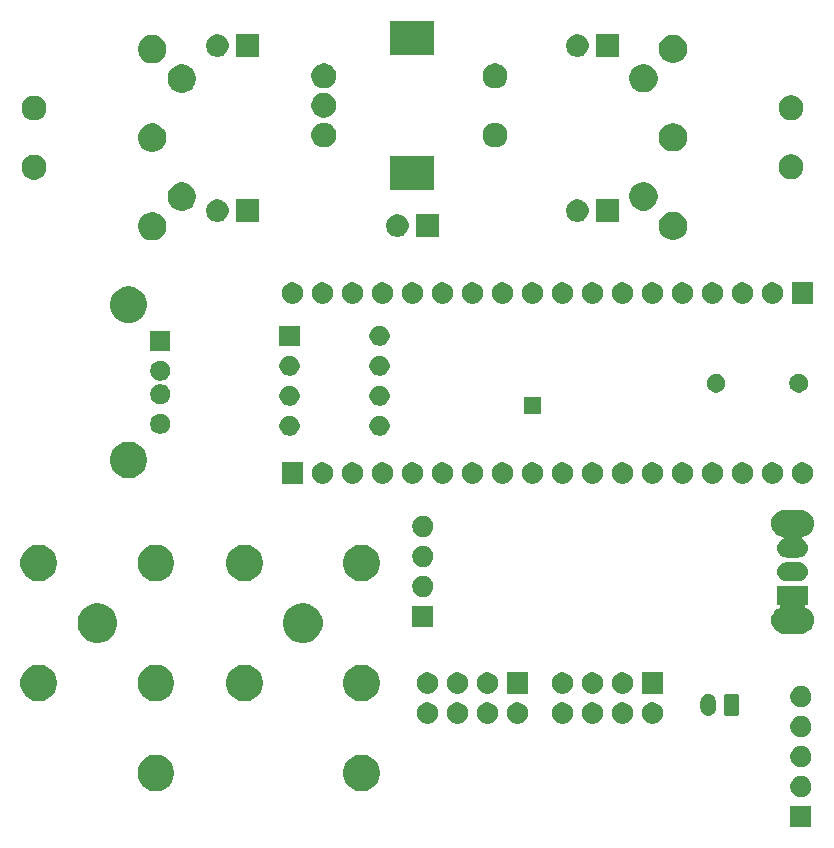
<source format=gbr>
G04 #@! TF.GenerationSoftware,KiCad,Pcbnew,(5.1.5)-3*
G04 #@! TF.CreationDate,2020-01-14T14:16:06+09:00*
G04 #@! TF.ProjectId,MOMI,4d4f4d49-2e6b-4696-9361-645f70636258,rev?*
G04 #@! TF.SameCoordinates,Original*
G04 #@! TF.FileFunction,Soldermask,Bot*
G04 #@! TF.FilePolarity,Negative*
%FSLAX46Y46*%
G04 Gerber Fmt 4.6, Leading zero omitted, Abs format (unit mm)*
G04 Created by KiCad (PCBNEW (5.1.5)-3) date 2020-01-14 14:16:06*
%MOMM*%
%LPD*%
G04 APERTURE LIST*
%ADD10C,0.100000*%
G04 APERTURE END LIST*
D10*
G36*
X155714000Y-160159000D02*
G01*
X153912000Y-160159000D01*
X153912000Y-158357000D01*
X155714000Y-158357000D01*
X155714000Y-160159000D01*
G37*
G36*
X154926512Y-155821927D02*
G01*
X155075812Y-155851624D01*
X155239784Y-155919544D01*
X155387354Y-156018147D01*
X155512853Y-156143646D01*
X155611456Y-156291216D01*
X155679376Y-156455188D01*
X155714000Y-156629259D01*
X155714000Y-156806741D01*
X155679376Y-156980812D01*
X155611456Y-157144784D01*
X155512853Y-157292354D01*
X155387354Y-157417853D01*
X155239784Y-157516456D01*
X155075812Y-157584376D01*
X154926512Y-157614073D01*
X154901742Y-157619000D01*
X154724258Y-157619000D01*
X154699488Y-157614073D01*
X154550188Y-157584376D01*
X154386216Y-157516456D01*
X154238646Y-157417853D01*
X154113147Y-157292354D01*
X154014544Y-157144784D01*
X153946624Y-156980812D01*
X153912000Y-156806741D01*
X153912000Y-156629259D01*
X153946624Y-156455188D01*
X154014544Y-156291216D01*
X154113147Y-156143646D01*
X154238646Y-156018147D01*
X154386216Y-155919544D01*
X154550188Y-155851624D01*
X154699488Y-155821927D01*
X154724258Y-155817000D01*
X154901742Y-155817000D01*
X154926512Y-155821927D01*
G37*
G36*
X100507585Y-154053802D02*
G01*
X100657410Y-154083604D01*
X100939674Y-154200521D01*
X101193705Y-154370259D01*
X101409741Y-154586295D01*
X101579479Y-154840326D01*
X101696396Y-155122590D01*
X101756000Y-155422240D01*
X101756000Y-155727760D01*
X101696396Y-156027410D01*
X101579479Y-156309674D01*
X101409741Y-156563705D01*
X101193705Y-156779741D01*
X100939674Y-156949479D01*
X100657410Y-157066396D01*
X100507585Y-157096198D01*
X100357761Y-157126000D01*
X100052239Y-157126000D01*
X99902415Y-157096198D01*
X99752590Y-157066396D01*
X99470326Y-156949479D01*
X99216295Y-156779741D01*
X99000259Y-156563705D01*
X98830521Y-156309674D01*
X98713604Y-156027410D01*
X98654000Y-155727760D01*
X98654000Y-155422240D01*
X98713604Y-155122590D01*
X98830521Y-154840326D01*
X99000259Y-154586295D01*
X99216295Y-154370259D01*
X99470326Y-154200521D01*
X99752590Y-154083604D01*
X99902415Y-154053802D01*
X100052239Y-154024000D01*
X100357761Y-154024000D01*
X100507585Y-154053802D01*
G37*
G36*
X117906585Y-154053802D02*
G01*
X118056410Y-154083604D01*
X118338674Y-154200521D01*
X118592705Y-154370259D01*
X118808741Y-154586295D01*
X118978479Y-154840326D01*
X119095396Y-155122590D01*
X119155000Y-155422240D01*
X119155000Y-155727760D01*
X119095396Y-156027410D01*
X118978479Y-156309674D01*
X118808741Y-156563705D01*
X118592705Y-156779741D01*
X118338674Y-156949479D01*
X118056410Y-157066396D01*
X117906585Y-157096198D01*
X117756761Y-157126000D01*
X117451239Y-157126000D01*
X117301415Y-157096198D01*
X117151590Y-157066396D01*
X116869326Y-156949479D01*
X116615295Y-156779741D01*
X116399259Y-156563705D01*
X116229521Y-156309674D01*
X116112604Y-156027410D01*
X116053000Y-155727760D01*
X116053000Y-155422240D01*
X116112604Y-155122590D01*
X116229521Y-154840326D01*
X116399259Y-154586295D01*
X116615295Y-154370259D01*
X116869326Y-154200521D01*
X117151590Y-154083604D01*
X117301415Y-154053802D01*
X117451239Y-154024000D01*
X117756761Y-154024000D01*
X117906585Y-154053802D01*
G37*
G36*
X154926512Y-153281927D02*
G01*
X155075812Y-153311624D01*
X155239784Y-153379544D01*
X155387354Y-153478147D01*
X155512853Y-153603646D01*
X155611456Y-153751216D01*
X155679376Y-153915188D01*
X155714000Y-154089259D01*
X155714000Y-154266741D01*
X155679376Y-154440812D01*
X155611456Y-154604784D01*
X155512853Y-154752354D01*
X155387354Y-154877853D01*
X155239784Y-154976456D01*
X155075812Y-155044376D01*
X154926512Y-155074073D01*
X154901742Y-155079000D01*
X154724258Y-155079000D01*
X154699488Y-155074073D01*
X154550188Y-155044376D01*
X154386216Y-154976456D01*
X154238646Y-154877853D01*
X154113147Y-154752354D01*
X154014544Y-154604784D01*
X153946624Y-154440812D01*
X153912000Y-154266741D01*
X153912000Y-154089259D01*
X153946624Y-153915188D01*
X154014544Y-153751216D01*
X154113147Y-153603646D01*
X154238646Y-153478147D01*
X154386216Y-153379544D01*
X154550188Y-153311624D01*
X154699488Y-153281927D01*
X154724258Y-153277000D01*
X154901742Y-153277000D01*
X154926512Y-153281927D01*
G37*
G36*
X154926512Y-150741927D02*
G01*
X155075812Y-150771624D01*
X155239784Y-150839544D01*
X155387354Y-150938147D01*
X155512853Y-151063646D01*
X155611456Y-151211216D01*
X155679376Y-151375188D01*
X155714000Y-151549259D01*
X155714000Y-151726741D01*
X155679376Y-151900812D01*
X155611456Y-152064784D01*
X155512853Y-152212354D01*
X155387354Y-152337853D01*
X155239784Y-152436456D01*
X155075812Y-152504376D01*
X154926512Y-152534073D01*
X154901742Y-152539000D01*
X154724258Y-152539000D01*
X154699488Y-152534073D01*
X154550188Y-152504376D01*
X154386216Y-152436456D01*
X154238646Y-152337853D01*
X154113147Y-152212354D01*
X154014544Y-152064784D01*
X153946624Y-151900812D01*
X153912000Y-151726741D01*
X153912000Y-151549259D01*
X153946624Y-151375188D01*
X154014544Y-151211216D01*
X154113147Y-151063646D01*
X154238646Y-150938147D01*
X154386216Y-150839544D01*
X154550188Y-150771624D01*
X154699488Y-150741927D01*
X154724258Y-150737000D01*
X154901742Y-150737000D01*
X154926512Y-150741927D01*
G37*
G36*
X139813512Y-149598927D02*
G01*
X139962812Y-149628624D01*
X140126784Y-149696544D01*
X140274354Y-149795147D01*
X140399853Y-149920646D01*
X140498456Y-150068216D01*
X140566376Y-150232188D01*
X140601000Y-150406259D01*
X140601000Y-150583741D01*
X140566376Y-150757812D01*
X140498456Y-150921784D01*
X140399853Y-151069354D01*
X140274354Y-151194853D01*
X140126784Y-151293456D01*
X139962812Y-151361376D01*
X139813512Y-151391073D01*
X139788742Y-151396000D01*
X139611258Y-151396000D01*
X139586488Y-151391073D01*
X139437188Y-151361376D01*
X139273216Y-151293456D01*
X139125646Y-151194853D01*
X139000147Y-151069354D01*
X138901544Y-150921784D01*
X138833624Y-150757812D01*
X138799000Y-150583741D01*
X138799000Y-150406259D01*
X138833624Y-150232188D01*
X138901544Y-150068216D01*
X139000147Y-149920646D01*
X139125646Y-149795147D01*
X139273216Y-149696544D01*
X139437188Y-149628624D01*
X139586488Y-149598927D01*
X139611258Y-149594000D01*
X139788742Y-149594000D01*
X139813512Y-149598927D01*
G37*
G36*
X137273512Y-149598927D02*
G01*
X137422812Y-149628624D01*
X137586784Y-149696544D01*
X137734354Y-149795147D01*
X137859853Y-149920646D01*
X137958456Y-150068216D01*
X138026376Y-150232188D01*
X138061000Y-150406259D01*
X138061000Y-150583741D01*
X138026376Y-150757812D01*
X137958456Y-150921784D01*
X137859853Y-151069354D01*
X137734354Y-151194853D01*
X137586784Y-151293456D01*
X137422812Y-151361376D01*
X137273512Y-151391073D01*
X137248742Y-151396000D01*
X137071258Y-151396000D01*
X137046488Y-151391073D01*
X136897188Y-151361376D01*
X136733216Y-151293456D01*
X136585646Y-151194853D01*
X136460147Y-151069354D01*
X136361544Y-150921784D01*
X136293624Y-150757812D01*
X136259000Y-150583741D01*
X136259000Y-150406259D01*
X136293624Y-150232188D01*
X136361544Y-150068216D01*
X136460147Y-149920646D01*
X136585646Y-149795147D01*
X136733216Y-149696544D01*
X136897188Y-149628624D01*
X137046488Y-149598927D01*
X137071258Y-149594000D01*
X137248742Y-149594000D01*
X137273512Y-149598927D01*
G37*
G36*
X134733512Y-149598927D02*
G01*
X134882812Y-149628624D01*
X135046784Y-149696544D01*
X135194354Y-149795147D01*
X135319853Y-149920646D01*
X135418456Y-150068216D01*
X135486376Y-150232188D01*
X135521000Y-150406259D01*
X135521000Y-150583741D01*
X135486376Y-150757812D01*
X135418456Y-150921784D01*
X135319853Y-151069354D01*
X135194354Y-151194853D01*
X135046784Y-151293456D01*
X134882812Y-151361376D01*
X134733512Y-151391073D01*
X134708742Y-151396000D01*
X134531258Y-151396000D01*
X134506488Y-151391073D01*
X134357188Y-151361376D01*
X134193216Y-151293456D01*
X134045646Y-151194853D01*
X133920147Y-151069354D01*
X133821544Y-150921784D01*
X133753624Y-150757812D01*
X133719000Y-150583741D01*
X133719000Y-150406259D01*
X133753624Y-150232188D01*
X133821544Y-150068216D01*
X133920147Y-149920646D01*
X134045646Y-149795147D01*
X134193216Y-149696544D01*
X134357188Y-149628624D01*
X134506488Y-149598927D01*
X134531258Y-149594000D01*
X134708742Y-149594000D01*
X134733512Y-149598927D01*
G37*
G36*
X123303512Y-149598927D02*
G01*
X123452812Y-149628624D01*
X123616784Y-149696544D01*
X123764354Y-149795147D01*
X123889853Y-149920646D01*
X123988456Y-150068216D01*
X124056376Y-150232188D01*
X124091000Y-150406259D01*
X124091000Y-150583741D01*
X124056376Y-150757812D01*
X123988456Y-150921784D01*
X123889853Y-151069354D01*
X123764354Y-151194853D01*
X123616784Y-151293456D01*
X123452812Y-151361376D01*
X123303512Y-151391073D01*
X123278742Y-151396000D01*
X123101258Y-151396000D01*
X123076488Y-151391073D01*
X122927188Y-151361376D01*
X122763216Y-151293456D01*
X122615646Y-151194853D01*
X122490147Y-151069354D01*
X122391544Y-150921784D01*
X122323624Y-150757812D01*
X122289000Y-150583741D01*
X122289000Y-150406259D01*
X122323624Y-150232188D01*
X122391544Y-150068216D01*
X122490147Y-149920646D01*
X122615646Y-149795147D01*
X122763216Y-149696544D01*
X122927188Y-149628624D01*
X123076488Y-149598927D01*
X123101258Y-149594000D01*
X123278742Y-149594000D01*
X123303512Y-149598927D01*
G37*
G36*
X125843512Y-149598927D02*
G01*
X125992812Y-149628624D01*
X126156784Y-149696544D01*
X126304354Y-149795147D01*
X126429853Y-149920646D01*
X126528456Y-150068216D01*
X126596376Y-150232188D01*
X126631000Y-150406259D01*
X126631000Y-150583741D01*
X126596376Y-150757812D01*
X126528456Y-150921784D01*
X126429853Y-151069354D01*
X126304354Y-151194853D01*
X126156784Y-151293456D01*
X125992812Y-151361376D01*
X125843512Y-151391073D01*
X125818742Y-151396000D01*
X125641258Y-151396000D01*
X125616488Y-151391073D01*
X125467188Y-151361376D01*
X125303216Y-151293456D01*
X125155646Y-151194853D01*
X125030147Y-151069354D01*
X124931544Y-150921784D01*
X124863624Y-150757812D01*
X124829000Y-150583741D01*
X124829000Y-150406259D01*
X124863624Y-150232188D01*
X124931544Y-150068216D01*
X125030147Y-149920646D01*
X125155646Y-149795147D01*
X125303216Y-149696544D01*
X125467188Y-149628624D01*
X125616488Y-149598927D01*
X125641258Y-149594000D01*
X125818742Y-149594000D01*
X125843512Y-149598927D01*
G37*
G36*
X128383512Y-149598927D02*
G01*
X128532812Y-149628624D01*
X128696784Y-149696544D01*
X128844354Y-149795147D01*
X128969853Y-149920646D01*
X129068456Y-150068216D01*
X129136376Y-150232188D01*
X129171000Y-150406259D01*
X129171000Y-150583741D01*
X129136376Y-150757812D01*
X129068456Y-150921784D01*
X128969853Y-151069354D01*
X128844354Y-151194853D01*
X128696784Y-151293456D01*
X128532812Y-151361376D01*
X128383512Y-151391073D01*
X128358742Y-151396000D01*
X128181258Y-151396000D01*
X128156488Y-151391073D01*
X128007188Y-151361376D01*
X127843216Y-151293456D01*
X127695646Y-151194853D01*
X127570147Y-151069354D01*
X127471544Y-150921784D01*
X127403624Y-150757812D01*
X127369000Y-150583741D01*
X127369000Y-150406259D01*
X127403624Y-150232188D01*
X127471544Y-150068216D01*
X127570147Y-149920646D01*
X127695646Y-149795147D01*
X127843216Y-149696544D01*
X128007188Y-149628624D01*
X128156488Y-149598927D01*
X128181258Y-149594000D01*
X128358742Y-149594000D01*
X128383512Y-149598927D01*
G37*
G36*
X130923512Y-149598927D02*
G01*
X131072812Y-149628624D01*
X131236784Y-149696544D01*
X131384354Y-149795147D01*
X131509853Y-149920646D01*
X131608456Y-150068216D01*
X131676376Y-150232188D01*
X131711000Y-150406259D01*
X131711000Y-150583741D01*
X131676376Y-150757812D01*
X131608456Y-150921784D01*
X131509853Y-151069354D01*
X131384354Y-151194853D01*
X131236784Y-151293456D01*
X131072812Y-151361376D01*
X130923512Y-151391073D01*
X130898742Y-151396000D01*
X130721258Y-151396000D01*
X130696488Y-151391073D01*
X130547188Y-151361376D01*
X130383216Y-151293456D01*
X130235646Y-151194853D01*
X130110147Y-151069354D01*
X130011544Y-150921784D01*
X129943624Y-150757812D01*
X129909000Y-150583741D01*
X129909000Y-150406259D01*
X129943624Y-150232188D01*
X130011544Y-150068216D01*
X130110147Y-149920646D01*
X130235646Y-149795147D01*
X130383216Y-149696544D01*
X130547188Y-149628624D01*
X130696488Y-149598927D01*
X130721258Y-149594000D01*
X130898742Y-149594000D01*
X130923512Y-149598927D01*
G37*
G36*
X142353512Y-149598927D02*
G01*
X142502812Y-149628624D01*
X142666784Y-149696544D01*
X142814354Y-149795147D01*
X142939853Y-149920646D01*
X143038456Y-150068216D01*
X143106376Y-150232188D01*
X143141000Y-150406259D01*
X143141000Y-150583741D01*
X143106376Y-150757812D01*
X143038456Y-150921784D01*
X142939853Y-151069354D01*
X142814354Y-151194853D01*
X142666784Y-151293456D01*
X142502812Y-151361376D01*
X142353512Y-151391073D01*
X142328742Y-151396000D01*
X142151258Y-151396000D01*
X142126488Y-151391073D01*
X141977188Y-151361376D01*
X141813216Y-151293456D01*
X141665646Y-151194853D01*
X141540147Y-151069354D01*
X141441544Y-150921784D01*
X141373624Y-150757812D01*
X141339000Y-150583741D01*
X141339000Y-150406259D01*
X141373624Y-150232188D01*
X141441544Y-150068216D01*
X141540147Y-149920646D01*
X141665646Y-149795147D01*
X141813216Y-149696544D01*
X141977188Y-149628624D01*
X142126488Y-149598927D01*
X142151258Y-149594000D01*
X142328742Y-149594000D01*
X142353512Y-149598927D01*
G37*
G36*
X147098618Y-148879920D02*
G01*
X147179400Y-148904425D01*
X147221336Y-148917146D01*
X147334425Y-148977594D01*
X147433554Y-149058946D01*
X147514906Y-149158075D01*
X147575354Y-149271164D01*
X147575355Y-149271168D01*
X147612580Y-149393882D01*
X147622000Y-149489527D01*
X147622000Y-150103473D01*
X147612580Y-150199118D01*
X147602548Y-150232188D01*
X147575354Y-150321836D01*
X147514906Y-150434925D01*
X147433554Y-150534053D01*
X147334424Y-150615406D01*
X147221335Y-150675854D01*
X147189403Y-150685540D01*
X147098617Y-150713080D01*
X146971000Y-150725649D01*
X146843382Y-150713080D01*
X146752596Y-150685540D01*
X146720664Y-150675854D01*
X146607575Y-150615406D01*
X146508447Y-150534054D01*
X146427094Y-150434924D01*
X146366646Y-150321835D01*
X146356960Y-150289903D01*
X146329420Y-150199117D01*
X146320000Y-150103472D01*
X146320000Y-149489527D01*
X146329420Y-149393882D01*
X146366645Y-149271168D01*
X146366645Y-149271167D01*
X146426205Y-149159740D01*
X146427095Y-149158074D01*
X146440493Y-149141749D01*
X146508447Y-149058946D01*
X146607576Y-148977594D01*
X146720665Y-148917146D01*
X146762601Y-148904425D01*
X146843383Y-148879920D01*
X146971000Y-148867351D01*
X147098618Y-148879920D01*
G37*
G36*
X149462242Y-148874904D02*
G01*
X149499337Y-148886157D01*
X149533515Y-148904425D01*
X149563481Y-148929019D01*
X149588075Y-148958985D01*
X149606343Y-148993163D01*
X149617596Y-149030258D01*
X149622000Y-149074974D01*
X149622000Y-150518026D01*
X149617596Y-150562742D01*
X149606343Y-150599837D01*
X149588075Y-150634015D01*
X149563481Y-150663981D01*
X149533515Y-150688575D01*
X149499337Y-150706843D01*
X149462242Y-150718096D01*
X149417526Y-150722500D01*
X148524474Y-150722500D01*
X148479758Y-150718096D01*
X148442663Y-150706843D01*
X148408485Y-150688575D01*
X148378519Y-150663981D01*
X148353925Y-150634015D01*
X148335657Y-150599837D01*
X148324404Y-150562742D01*
X148320000Y-150518026D01*
X148320000Y-149074974D01*
X148324404Y-149030258D01*
X148335657Y-148993163D01*
X148353925Y-148958985D01*
X148378519Y-148929019D01*
X148408485Y-148904425D01*
X148442663Y-148886157D01*
X148479758Y-148874904D01*
X148524474Y-148870500D01*
X149417526Y-148870500D01*
X149462242Y-148874904D01*
G37*
G36*
X154926512Y-148201927D02*
G01*
X155075812Y-148231624D01*
X155239784Y-148299544D01*
X155387354Y-148398147D01*
X155512853Y-148523646D01*
X155611456Y-148671216D01*
X155679376Y-148835188D01*
X155714000Y-149009259D01*
X155714000Y-149186741D01*
X155679376Y-149360812D01*
X155611456Y-149524784D01*
X155512853Y-149672354D01*
X155387354Y-149797853D01*
X155239784Y-149896456D01*
X155075812Y-149964376D01*
X154926512Y-149994073D01*
X154901742Y-149999000D01*
X154724258Y-149999000D01*
X154699488Y-149994073D01*
X154550188Y-149964376D01*
X154386216Y-149896456D01*
X154238646Y-149797853D01*
X154113147Y-149672354D01*
X154014544Y-149524784D01*
X153946624Y-149360812D01*
X153912000Y-149186741D01*
X153912000Y-149009259D01*
X153946624Y-148835188D01*
X154014544Y-148671216D01*
X154113147Y-148523646D01*
X154238646Y-148398147D01*
X154386216Y-148299544D01*
X154550188Y-148231624D01*
X154699488Y-148201927D01*
X154724258Y-148197000D01*
X154901742Y-148197000D01*
X154926512Y-148201927D01*
G37*
G36*
X90597585Y-146433802D02*
G01*
X90747410Y-146463604D01*
X91029674Y-146580521D01*
X91283705Y-146750259D01*
X91499741Y-146966295D01*
X91669479Y-147220326D01*
X91786396Y-147502590D01*
X91846000Y-147802240D01*
X91846000Y-148107760D01*
X91786396Y-148407410D01*
X91669479Y-148689674D01*
X91499741Y-148943705D01*
X91283705Y-149159741D01*
X91029674Y-149329479D01*
X90747410Y-149446396D01*
X90597585Y-149476198D01*
X90447761Y-149506000D01*
X90142239Y-149506000D01*
X89992415Y-149476198D01*
X89842590Y-149446396D01*
X89560326Y-149329479D01*
X89306295Y-149159741D01*
X89090259Y-148943705D01*
X88920521Y-148689674D01*
X88803604Y-148407410D01*
X88744000Y-148107760D01*
X88744000Y-147802240D01*
X88803604Y-147502590D01*
X88920521Y-147220326D01*
X89090259Y-146966295D01*
X89306295Y-146750259D01*
X89560326Y-146580521D01*
X89842590Y-146463604D01*
X89992415Y-146433802D01*
X90142239Y-146404000D01*
X90447761Y-146404000D01*
X90597585Y-146433802D01*
G37*
G36*
X107996585Y-146433802D02*
G01*
X108146410Y-146463604D01*
X108428674Y-146580521D01*
X108682705Y-146750259D01*
X108898741Y-146966295D01*
X109068479Y-147220326D01*
X109185396Y-147502590D01*
X109245000Y-147802240D01*
X109245000Y-148107760D01*
X109185396Y-148407410D01*
X109068479Y-148689674D01*
X108898741Y-148943705D01*
X108682705Y-149159741D01*
X108428674Y-149329479D01*
X108146410Y-149446396D01*
X107996585Y-149476198D01*
X107846761Y-149506000D01*
X107541239Y-149506000D01*
X107391415Y-149476198D01*
X107241590Y-149446396D01*
X106959326Y-149329479D01*
X106705295Y-149159741D01*
X106489259Y-148943705D01*
X106319521Y-148689674D01*
X106202604Y-148407410D01*
X106143000Y-148107760D01*
X106143000Y-147802240D01*
X106202604Y-147502590D01*
X106319521Y-147220326D01*
X106489259Y-146966295D01*
X106705295Y-146750259D01*
X106959326Y-146580521D01*
X107241590Y-146463604D01*
X107391415Y-146433802D01*
X107541239Y-146404000D01*
X107846761Y-146404000D01*
X107996585Y-146433802D01*
G37*
G36*
X117906585Y-146433802D02*
G01*
X118056410Y-146463604D01*
X118338674Y-146580521D01*
X118592705Y-146750259D01*
X118808741Y-146966295D01*
X118978479Y-147220326D01*
X119095396Y-147502590D01*
X119155000Y-147802240D01*
X119155000Y-148107760D01*
X119095396Y-148407410D01*
X118978479Y-148689674D01*
X118808741Y-148943705D01*
X118592705Y-149159741D01*
X118338674Y-149329479D01*
X118056410Y-149446396D01*
X117906585Y-149476198D01*
X117756761Y-149506000D01*
X117451239Y-149506000D01*
X117301415Y-149476198D01*
X117151590Y-149446396D01*
X116869326Y-149329479D01*
X116615295Y-149159741D01*
X116399259Y-148943705D01*
X116229521Y-148689674D01*
X116112604Y-148407410D01*
X116053000Y-148107760D01*
X116053000Y-147802240D01*
X116112604Y-147502590D01*
X116229521Y-147220326D01*
X116399259Y-146966295D01*
X116615295Y-146750259D01*
X116869326Y-146580521D01*
X117151590Y-146463604D01*
X117301415Y-146433802D01*
X117451239Y-146404000D01*
X117756761Y-146404000D01*
X117906585Y-146433802D01*
G37*
G36*
X100507585Y-146433802D02*
G01*
X100657410Y-146463604D01*
X100939674Y-146580521D01*
X101193705Y-146750259D01*
X101409741Y-146966295D01*
X101579479Y-147220326D01*
X101696396Y-147502590D01*
X101756000Y-147802240D01*
X101756000Y-148107760D01*
X101696396Y-148407410D01*
X101579479Y-148689674D01*
X101409741Y-148943705D01*
X101193705Y-149159741D01*
X100939674Y-149329479D01*
X100657410Y-149446396D01*
X100507585Y-149476198D01*
X100357761Y-149506000D01*
X100052239Y-149506000D01*
X99902415Y-149476198D01*
X99752590Y-149446396D01*
X99470326Y-149329479D01*
X99216295Y-149159741D01*
X99000259Y-148943705D01*
X98830521Y-148689674D01*
X98713604Y-148407410D01*
X98654000Y-148107760D01*
X98654000Y-147802240D01*
X98713604Y-147502590D01*
X98830521Y-147220326D01*
X99000259Y-146966295D01*
X99216295Y-146750259D01*
X99470326Y-146580521D01*
X99752590Y-146463604D01*
X99902415Y-146433802D01*
X100052239Y-146404000D01*
X100357761Y-146404000D01*
X100507585Y-146433802D01*
G37*
G36*
X137273512Y-147058927D02*
G01*
X137422812Y-147088624D01*
X137586784Y-147156544D01*
X137734354Y-147255147D01*
X137859853Y-147380646D01*
X137958456Y-147528216D01*
X138026376Y-147692188D01*
X138061000Y-147866259D01*
X138061000Y-148043741D01*
X138026376Y-148217812D01*
X137958456Y-148381784D01*
X137859853Y-148529354D01*
X137734354Y-148654853D01*
X137586784Y-148753456D01*
X137422812Y-148821376D01*
X137273512Y-148851073D01*
X137248742Y-148856000D01*
X137071258Y-148856000D01*
X137046488Y-148851073D01*
X136897188Y-148821376D01*
X136733216Y-148753456D01*
X136585646Y-148654853D01*
X136460147Y-148529354D01*
X136361544Y-148381784D01*
X136293624Y-148217812D01*
X136259000Y-148043741D01*
X136259000Y-147866259D01*
X136293624Y-147692188D01*
X136361544Y-147528216D01*
X136460147Y-147380646D01*
X136585646Y-147255147D01*
X136733216Y-147156544D01*
X136897188Y-147088624D01*
X137046488Y-147058927D01*
X137071258Y-147054000D01*
X137248742Y-147054000D01*
X137273512Y-147058927D01*
G37*
G36*
X143141000Y-148856000D02*
G01*
X141339000Y-148856000D01*
X141339000Y-147054000D01*
X143141000Y-147054000D01*
X143141000Y-148856000D01*
G37*
G36*
X139813512Y-147058927D02*
G01*
X139962812Y-147088624D01*
X140126784Y-147156544D01*
X140274354Y-147255147D01*
X140399853Y-147380646D01*
X140498456Y-147528216D01*
X140566376Y-147692188D01*
X140601000Y-147866259D01*
X140601000Y-148043741D01*
X140566376Y-148217812D01*
X140498456Y-148381784D01*
X140399853Y-148529354D01*
X140274354Y-148654853D01*
X140126784Y-148753456D01*
X139962812Y-148821376D01*
X139813512Y-148851073D01*
X139788742Y-148856000D01*
X139611258Y-148856000D01*
X139586488Y-148851073D01*
X139437188Y-148821376D01*
X139273216Y-148753456D01*
X139125646Y-148654853D01*
X139000147Y-148529354D01*
X138901544Y-148381784D01*
X138833624Y-148217812D01*
X138799000Y-148043741D01*
X138799000Y-147866259D01*
X138833624Y-147692188D01*
X138901544Y-147528216D01*
X139000147Y-147380646D01*
X139125646Y-147255147D01*
X139273216Y-147156544D01*
X139437188Y-147088624D01*
X139586488Y-147058927D01*
X139611258Y-147054000D01*
X139788742Y-147054000D01*
X139813512Y-147058927D01*
G37*
G36*
X134733512Y-147058927D02*
G01*
X134882812Y-147088624D01*
X135046784Y-147156544D01*
X135194354Y-147255147D01*
X135319853Y-147380646D01*
X135418456Y-147528216D01*
X135486376Y-147692188D01*
X135521000Y-147866259D01*
X135521000Y-148043741D01*
X135486376Y-148217812D01*
X135418456Y-148381784D01*
X135319853Y-148529354D01*
X135194354Y-148654853D01*
X135046784Y-148753456D01*
X134882812Y-148821376D01*
X134733512Y-148851073D01*
X134708742Y-148856000D01*
X134531258Y-148856000D01*
X134506488Y-148851073D01*
X134357188Y-148821376D01*
X134193216Y-148753456D01*
X134045646Y-148654853D01*
X133920147Y-148529354D01*
X133821544Y-148381784D01*
X133753624Y-148217812D01*
X133719000Y-148043741D01*
X133719000Y-147866259D01*
X133753624Y-147692188D01*
X133821544Y-147528216D01*
X133920147Y-147380646D01*
X134045646Y-147255147D01*
X134193216Y-147156544D01*
X134357188Y-147088624D01*
X134506488Y-147058927D01*
X134531258Y-147054000D01*
X134708742Y-147054000D01*
X134733512Y-147058927D01*
G37*
G36*
X123303512Y-147058927D02*
G01*
X123452812Y-147088624D01*
X123616784Y-147156544D01*
X123764354Y-147255147D01*
X123889853Y-147380646D01*
X123988456Y-147528216D01*
X124056376Y-147692188D01*
X124091000Y-147866259D01*
X124091000Y-148043741D01*
X124056376Y-148217812D01*
X123988456Y-148381784D01*
X123889853Y-148529354D01*
X123764354Y-148654853D01*
X123616784Y-148753456D01*
X123452812Y-148821376D01*
X123303512Y-148851073D01*
X123278742Y-148856000D01*
X123101258Y-148856000D01*
X123076488Y-148851073D01*
X122927188Y-148821376D01*
X122763216Y-148753456D01*
X122615646Y-148654853D01*
X122490147Y-148529354D01*
X122391544Y-148381784D01*
X122323624Y-148217812D01*
X122289000Y-148043741D01*
X122289000Y-147866259D01*
X122323624Y-147692188D01*
X122391544Y-147528216D01*
X122490147Y-147380646D01*
X122615646Y-147255147D01*
X122763216Y-147156544D01*
X122927188Y-147088624D01*
X123076488Y-147058927D01*
X123101258Y-147054000D01*
X123278742Y-147054000D01*
X123303512Y-147058927D01*
G37*
G36*
X125843512Y-147058927D02*
G01*
X125992812Y-147088624D01*
X126156784Y-147156544D01*
X126304354Y-147255147D01*
X126429853Y-147380646D01*
X126528456Y-147528216D01*
X126596376Y-147692188D01*
X126631000Y-147866259D01*
X126631000Y-148043741D01*
X126596376Y-148217812D01*
X126528456Y-148381784D01*
X126429853Y-148529354D01*
X126304354Y-148654853D01*
X126156784Y-148753456D01*
X125992812Y-148821376D01*
X125843512Y-148851073D01*
X125818742Y-148856000D01*
X125641258Y-148856000D01*
X125616488Y-148851073D01*
X125467188Y-148821376D01*
X125303216Y-148753456D01*
X125155646Y-148654853D01*
X125030147Y-148529354D01*
X124931544Y-148381784D01*
X124863624Y-148217812D01*
X124829000Y-148043741D01*
X124829000Y-147866259D01*
X124863624Y-147692188D01*
X124931544Y-147528216D01*
X125030147Y-147380646D01*
X125155646Y-147255147D01*
X125303216Y-147156544D01*
X125467188Y-147088624D01*
X125616488Y-147058927D01*
X125641258Y-147054000D01*
X125818742Y-147054000D01*
X125843512Y-147058927D01*
G37*
G36*
X128383512Y-147058927D02*
G01*
X128532812Y-147088624D01*
X128696784Y-147156544D01*
X128844354Y-147255147D01*
X128969853Y-147380646D01*
X129068456Y-147528216D01*
X129136376Y-147692188D01*
X129171000Y-147866259D01*
X129171000Y-148043741D01*
X129136376Y-148217812D01*
X129068456Y-148381784D01*
X128969853Y-148529354D01*
X128844354Y-148654853D01*
X128696784Y-148753456D01*
X128532812Y-148821376D01*
X128383512Y-148851073D01*
X128358742Y-148856000D01*
X128181258Y-148856000D01*
X128156488Y-148851073D01*
X128007188Y-148821376D01*
X127843216Y-148753456D01*
X127695646Y-148654853D01*
X127570147Y-148529354D01*
X127471544Y-148381784D01*
X127403624Y-148217812D01*
X127369000Y-148043741D01*
X127369000Y-147866259D01*
X127403624Y-147692188D01*
X127471544Y-147528216D01*
X127570147Y-147380646D01*
X127695646Y-147255147D01*
X127843216Y-147156544D01*
X128007188Y-147088624D01*
X128156488Y-147058927D01*
X128181258Y-147054000D01*
X128358742Y-147054000D01*
X128383512Y-147058927D01*
G37*
G36*
X131711000Y-148856000D02*
G01*
X129909000Y-148856000D01*
X129909000Y-147054000D01*
X131711000Y-147054000D01*
X131711000Y-148856000D01*
G37*
G36*
X95576971Y-141231204D02*
G01*
X95738871Y-141263408D01*
X96043883Y-141389748D01*
X96318387Y-141573166D01*
X96551834Y-141806613D01*
X96735252Y-142081117D01*
X96861592Y-142386129D01*
X96861592Y-142386130D01*
X96926000Y-142709927D01*
X96926000Y-143040073D01*
X96861592Y-143363871D01*
X96735252Y-143668883D01*
X96551834Y-143943387D01*
X96318387Y-144176834D01*
X96043883Y-144360252D01*
X95738871Y-144486592D01*
X95415073Y-144551000D01*
X95084927Y-144551000D01*
X94761129Y-144486592D01*
X94456117Y-144360252D01*
X94181613Y-144176834D01*
X93948166Y-143943387D01*
X93764748Y-143668883D01*
X93638408Y-143363871D01*
X93574000Y-143040073D01*
X93574000Y-142709927D01*
X93638408Y-142386130D01*
X93638408Y-142386129D01*
X93764748Y-142081117D01*
X93948166Y-141806613D01*
X94181613Y-141573166D01*
X94456117Y-141389748D01*
X94761129Y-141263408D01*
X94923029Y-141231204D01*
X95084927Y-141199000D01*
X95415073Y-141199000D01*
X95576971Y-141231204D01*
G37*
G36*
X112975971Y-141231204D02*
G01*
X113137871Y-141263408D01*
X113442883Y-141389748D01*
X113717387Y-141573166D01*
X113950834Y-141806613D01*
X114134252Y-142081117D01*
X114260592Y-142386129D01*
X114260592Y-142386130D01*
X114325000Y-142709927D01*
X114325000Y-143040073D01*
X114260592Y-143363871D01*
X114134252Y-143668883D01*
X113950834Y-143943387D01*
X113717387Y-144176834D01*
X113442883Y-144360252D01*
X113137871Y-144486592D01*
X112814073Y-144551000D01*
X112483927Y-144551000D01*
X112160129Y-144486592D01*
X111855117Y-144360252D01*
X111580613Y-144176834D01*
X111347166Y-143943387D01*
X111163748Y-143668883D01*
X111037408Y-143363871D01*
X110973000Y-143040073D01*
X110973000Y-142709927D01*
X111037408Y-142386130D01*
X111037408Y-142386129D01*
X111163748Y-142081117D01*
X111347166Y-141806613D01*
X111580613Y-141573166D01*
X111855117Y-141389748D01*
X112160129Y-141263408D01*
X112322029Y-141231204D01*
X112483927Y-141199000D01*
X112814073Y-141199000D01*
X112975971Y-141231204D01*
G37*
G36*
X155415500Y-141326500D02*
G01*
X155274945Y-141326500D01*
X155250559Y-141328902D01*
X155227110Y-141336015D01*
X155205499Y-141347566D01*
X155186557Y-141363111D01*
X155171012Y-141382053D01*
X155159461Y-141403664D01*
X155152348Y-141427113D01*
X155149946Y-141451499D01*
X155152348Y-141475885D01*
X155159461Y-141499334D01*
X155171012Y-141520945D01*
X155186557Y-141539887D01*
X155205499Y-141555432D01*
X155216021Y-141561738D01*
X155407055Y-141663847D01*
X155582318Y-141807682D01*
X155726153Y-141982945D01*
X155833029Y-142182898D01*
X155833030Y-142182900D01*
X155898846Y-142399865D01*
X155898846Y-142399866D01*
X155921069Y-142625500D01*
X155898846Y-142851134D01*
X155833029Y-143068102D01*
X155726153Y-143268055D01*
X155582318Y-143443318D01*
X155407055Y-143587153D01*
X155254149Y-143668882D01*
X155207100Y-143694030D01*
X154990135Y-143759846D01*
X154933771Y-143765397D01*
X154821045Y-143776500D01*
X153407955Y-143776500D01*
X153295229Y-143765397D01*
X153238865Y-143759846D01*
X153021900Y-143694030D01*
X152974851Y-143668882D01*
X152821945Y-143587153D01*
X152646682Y-143443318D01*
X152502847Y-143268055D01*
X152395971Y-143068102D01*
X152330154Y-142851134D01*
X152307931Y-142625500D01*
X152330154Y-142399866D01*
X152330154Y-142399865D01*
X152395970Y-142182900D01*
X152395971Y-142182898D01*
X152502847Y-141982945D01*
X152646682Y-141807682D01*
X152821945Y-141663847D01*
X153012979Y-141561738D01*
X153033353Y-141548125D01*
X153050680Y-141530798D01*
X153064294Y-141510423D01*
X153073672Y-141487785D01*
X153078452Y-141463751D01*
X153078452Y-141439247D01*
X153073672Y-141415214D01*
X153064294Y-141392575D01*
X153050681Y-141372201D01*
X153033354Y-141354874D01*
X153012979Y-141341260D01*
X152990341Y-141331882D01*
X152966307Y-141327102D01*
X152954055Y-141326500D01*
X152813500Y-141326500D01*
X152813500Y-139724500D01*
X155415500Y-139724500D01*
X155415500Y-141326500D01*
G37*
G36*
X123710000Y-143204500D02*
G01*
X121908000Y-143204500D01*
X121908000Y-141402500D01*
X123710000Y-141402500D01*
X123710000Y-143204500D01*
G37*
G36*
X122922512Y-138867427D02*
G01*
X123071812Y-138897124D01*
X123235784Y-138965044D01*
X123383354Y-139063647D01*
X123508853Y-139189146D01*
X123607456Y-139336716D01*
X123675376Y-139500688D01*
X123710000Y-139674759D01*
X123710000Y-139852241D01*
X123675376Y-140026312D01*
X123607456Y-140190284D01*
X123508853Y-140337854D01*
X123383354Y-140463353D01*
X123235784Y-140561956D01*
X123071812Y-140629876D01*
X122922512Y-140659573D01*
X122897742Y-140664500D01*
X122720258Y-140664500D01*
X122695488Y-140659573D01*
X122546188Y-140629876D01*
X122382216Y-140561956D01*
X122234646Y-140463353D01*
X122109147Y-140337854D01*
X122010544Y-140190284D01*
X121942624Y-140026312D01*
X121908000Y-139852241D01*
X121908000Y-139674759D01*
X121942624Y-139500688D01*
X122010544Y-139336716D01*
X122109147Y-139189146D01*
X122234646Y-139063647D01*
X122382216Y-138965044D01*
X122546188Y-138897124D01*
X122695488Y-138867427D01*
X122720258Y-138862500D01*
X122897742Y-138862500D01*
X122922512Y-138867427D01*
G37*
G36*
X107996585Y-136273802D02*
G01*
X108146410Y-136303604D01*
X108428674Y-136420521D01*
X108682705Y-136590259D01*
X108898741Y-136806295D01*
X109068479Y-137060326D01*
X109185396Y-137342590D01*
X109245000Y-137642240D01*
X109245000Y-137947760D01*
X109185396Y-138247410D01*
X109068479Y-138529674D01*
X108898741Y-138783705D01*
X108682705Y-138999741D01*
X108428674Y-139169479D01*
X108146410Y-139286396D01*
X108003060Y-139314910D01*
X107846761Y-139346000D01*
X107541239Y-139346000D01*
X107384940Y-139314910D01*
X107241590Y-139286396D01*
X106959326Y-139169479D01*
X106705295Y-138999741D01*
X106489259Y-138783705D01*
X106319521Y-138529674D01*
X106202604Y-138247410D01*
X106143000Y-137947760D01*
X106143000Y-137642240D01*
X106202604Y-137342590D01*
X106319521Y-137060326D01*
X106489259Y-136806295D01*
X106705295Y-136590259D01*
X106959326Y-136420521D01*
X107241590Y-136303604D01*
X107391415Y-136273802D01*
X107541239Y-136244000D01*
X107846761Y-136244000D01*
X107996585Y-136273802D01*
G37*
G36*
X117906585Y-136273802D02*
G01*
X118056410Y-136303604D01*
X118338674Y-136420521D01*
X118592705Y-136590259D01*
X118808741Y-136806295D01*
X118978479Y-137060326D01*
X119095396Y-137342590D01*
X119155000Y-137642240D01*
X119155000Y-137947760D01*
X119095396Y-138247410D01*
X118978479Y-138529674D01*
X118808741Y-138783705D01*
X118592705Y-138999741D01*
X118338674Y-139169479D01*
X118056410Y-139286396D01*
X117913060Y-139314910D01*
X117756761Y-139346000D01*
X117451239Y-139346000D01*
X117294940Y-139314910D01*
X117151590Y-139286396D01*
X116869326Y-139169479D01*
X116615295Y-138999741D01*
X116399259Y-138783705D01*
X116229521Y-138529674D01*
X116112604Y-138247410D01*
X116053000Y-137947760D01*
X116053000Y-137642240D01*
X116112604Y-137342590D01*
X116229521Y-137060326D01*
X116399259Y-136806295D01*
X116615295Y-136590259D01*
X116869326Y-136420521D01*
X117151590Y-136303604D01*
X117301415Y-136273802D01*
X117451239Y-136244000D01*
X117756761Y-136244000D01*
X117906585Y-136273802D01*
G37*
G36*
X90597585Y-136273802D02*
G01*
X90747410Y-136303604D01*
X91029674Y-136420521D01*
X91283705Y-136590259D01*
X91499741Y-136806295D01*
X91669479Y-137060326D01*
X91786396Y-137342590D01*
X91846000Y-137642240D01*
X91846000Y-137947760D01*
X91786396Y-138247410D01*
X91669479Y-138529674D01*
X91499741Y-138783705D01*
X91283705Y-138999741D01*
X91029674Y-139169479D01*
X90747410Y-139286396D01*
X90604060Y-139314910D01*
X90447761Y-139346000D01*
X90142239Y-139346000D01*
X89985940Y-139314910D01*
X89842590Y-139286396D01*
X89560326Y-139169479D01*
X89306295Y-138999741D01*
X89090259Y-138783705D01*
X88920521Y-138529674D01*
X88803604Y-138247410D01*
X88744000Y-137947760D01*
X88744000Y-137642240D01*
X88803604Y-137342590D01*
X88920521Y-137060326D01*
X89090259Y-136806295D01*
X89306295Y-136590259D01*
X89560326Y-136420521D01*
X89842590Y-136303604D01*
X89992415Y-136273802D01*
X90142239Y-136244000D01*
X90447761Y-136244000D01*
X90597585Y-136273802D01*
G37*
G36*
X100507585Y-136273802D02*
G01*
X100657410Y-136303604D01*
X100939674Y-136420521D01*
X101193705Y-136590259D01*
X101409741Y-136806295D01*
X101579479Y-137060326D01*
X101696396Y-137342590D01*
X101756000Y-137642240D01*
X101756000Y-137947760D01*
X101696396Y-138247410D01*
X101579479Y-138529674D01*
X101409741Y-138783705D01*
X101193705Y-138999741D01*
X100939674Y-139169479D01*
X100657410Y-139286396D01*
X100514060Y-139314910D01*
X100357761Y-139346000D01*
X100052239Y-139346000D01*
X99895940Y-139314910D01*
X99752590Y-139286396D01*
X99470326Y-139169479D01*
X99216295Y-138999741D01*
X99000259Y-138783705D01*
X98830521Y-138529674D01*
X98713604Y-138247410D01*
X98654000Y-137947760D01*
X98654000Y-137642240D01*
X98713604Y-137342590D01*
X98830521Y-137060326D01*
X99000259Y-136806295D01*
X99216295Y-136590259D01*
X99470326Y-136420521D01*
X99752590Y-136303604D01*
X99902415Y-136273802D01*
X100052239Y-136244000D01*
X100357761Y-136244000D01*
X100507585Y-136273802D01*
G37*
G36*
X154693071Y-137728363D02*
G01*
X154771523Y-137736090D01*
X154872182Y-137766625D01*
X154922513Y-137781892D01*
X155061665Y-137856271D01*
X155183633Y-137956367D01*
X155283729Y-138078335D01*
X155358108Y-138217487D01*
X155367185Y-138247410D01*
X155403910Y-138368477D01*
X155419375Y-138525500D01*
X155403910Y-138682523D01*
X155373375Y-138783182D01*
X155358108Y-138833513D01*
X155283729Y-138972665D01*
X155183633Y-139094633D01*
X155061665Y-139194729D01*
X154922513Y-139269108D01*
X154872182Y-139284375D01*
X154771523Y-139314910D01*
X154693071Y-139322637D01*
X154653846Y-139326500D01*
X153575154Y-139326500D01*
X153535929Y-139322637D01*
X153457477Y-139314910D01*
X153356818Y-139284375D01*
X153306487Y-139269108D01*
X153167335Y-139194729D01*
X153045367Y-139094633D01*
X152945271Y-138972665D01*
X152870892Y-138833513D01*
X152855625Y-138783182D01*
X152825090Y-138682523D01*
X152809625Y-138525500D01*
X152825090Y-138368477D01*
X152861815Y-138247410D01*
X152870892Y-138217487D01*
X152945271Y-138078335D01*
X153045367Y-137956367D01*
X153167335Y-137856271D01*
X153306487Y-137781892D01*
X153356818Y-137766625D01*
X153457477Y-137736090D01*
X153535929Y-137728363D01*
X153575154Y-137724500D01*
X154653846Y-137724500D01*
X154693071Y-137728363D01*
G37*
G36*
X122922512Y-136327427D02*
G01*
X123071812Y-136357124D01*
X123235784Y-136425044D01*
X123383354Y-136523647D01*
X123508853Y-136649146D01*
X123607456Y-136796716D01*
X123675376Y-136960688D01*
X123710000Y-137134759D01*
X123710000Y-137312241D01*
X123675376Y-137486312D01*
X123607456Y-137650284D01*
X123508853Y-137797854D01*
X123383354Y-137923353D01*
X123235784Y-138021956D01*
X123071812Y-138089876D01*
X122922512Y-138119573D01*
X122897742Y-138124500D01*
X122720258Y-138124500D01*
X122695488Y-138119573D01*
X122546188Y-138089876D01*
X122382216Y-138021956D01*
X122234646Y-137923353D01*
X122109147Y-137797854D01*
X122010544Y-137650284D01*
X121942624Y-137486312D01*
X121908000Y-137312241D01*
X121908000Y-137134759D01*
X121942624Y-136960688D01*
X122010544Y-136796716D01*
X122109147Y-136649146D01*
X122234646Y-136523647D01*
X122382216Y-136425044D01*
X122546188Y-136357124D01*
X122695488Y-136327427D01*
X122720258Y-136322500D01*
X122897742Y-136322500D01*
X122922512Y-136327427D01*
G37*
G36*
X154933771Y-133285603D02*
G01*
X154990135Y-133291154D01*
X155207100Y-133356970D01*
X155207102Y-133356971D01*
X155407055Y-133463847D01*
X155582318Y-133607682D01*
X155726153Y-133782945D01*
X155744422Y-133817125D01*
X155833030Y-133982900D01*
X155898846Y-134199865D01*
X155921069Y-134425500D01*
X155898846Y-134651135D01*
X155862109Y-134772241D01*
X155833029Y-134868102D01*
X155726153Y-135068055D01*
X155582318Y-135243318D01*
X155407055Y-135387153D01*
X155229689Y-135481956D01*
X155207100Y-135494030D01*
X154990135Y-135559846D01*
X154990131Y-135559846D01*
X154988016Y-135560488D01*
X154968303Y-135564409D01*
X154945664Y-135573785D01*
X154925290Y-135587399D01*
X154907962Y-135604725D01*
X154894348Y-135625099D01*
X154884970Y-135647738D01*
X154880189Y-135671771D01*
X154880189Y-135696275D01*
X154884969Y-135720309D01*
X154894345Y-135742948D01*
X154907959Y-135763322D01*
X154925285Y-135780650D01*
X154945661Y-135794265D01*
X155061665Y-135856271D01*
X155183633Y-135956367D01*
X155283729Y-136078335D01*
X155358108Y-136217487D01*
X155358108Y-136217488D01*
X155403910Y-136368477D01*
X155419375Y-136525500D01*
X155403910Y-136682523D01*
X155373375Y-136783182D01*
X155358108Y-136833513D01*
X155283729Y-136972665D01*
X155183633Y-137094633D01*
X155061665Y-137194729D01*
X154922513Y-137269108D01*
X154872182Y-137284375D01*
X154771523Y-137314910D01*
X154693071Y-137322637D01*
X154653846Y-137326500D01*
X153575154Y-137326500D01*
X153535929Y-137322637D01*
X153457477Y-137314910D01*
X153356818Y-137284375D01*
X153306487Y-137269108D01*
X153167335Y-137194729D01*
X153045367Y-137094633D01*
X152945271Y-136972665D01*
X152870892Y-136833513D01*
X152855625Y-136783182D01*
X152825090Y-136682523D01*
X152809625Y-136525500D01*
X152825090Y-136368477D01*
X152870892Y-136217488D01*
X152870892Y-136217487D01*
X152945271Y-136078335D01*
X153045367Y-135956367D01*
X153167335Y-135856271D01*
X153283339Y-135794265D01*
X153303713Y-135780651D01*
X153321040Y-135763324D01*
X153334654Y-135742950D01*
X153344031Y-135720311D01*
X153348811Y-135696277D01*
X153348811Y-135671773D01*
X153344030Y-135647740D01*
X153334653Y-135625101D01*
X153321039Y-135604727D01*
X153303712Y-135587400D01*
X153283338Y-135573786D01*
X153260699Y-135564409D01*
X153240984Y-135560488D01*
X153238869Y-135559846D01*
X153238865Y-135559846D01*
X153021900Y-135494030D01*
X152999311Y-135481956D01*
X152821945Y-135387153D01*
X152646682Y-135243318D01*
X152502847Y-135068055D01*
X152395971Y-134868102D01*
X152366892Y-134772241D01*
X152330154Y-134651135D01*
X152307931Y-134425500D01*
X152330154Y-134199865D01*
X152395970Y-133982900D01*
X152484578Y-133817125D01*
X152502847Y-133782945D01*
X152646682Y-133607682D01*
X152821945Y-133463847D01*
X153021898Y-133356971D01*
X153021900Y-133356970D01*
X153238865Y-133291154D01*
X153295229Y-133285603D01*
X153407955Y-133274500D01*
X154821045Y-133274500D01*
X154933771Y-133285603D01*
G37*
G36*
X122922512Y-133787427D02*
G01*
X123071812Y-133817124D01*
X123235784Y-133885044D01*
X123383354Y-133983647D01*
X123508853Y-134109146D01*
X123607456Y-134256716D01*
X123675376Y-134420688D01*
X123710000Y-134594759D01*
X123710000Y-134772241D01*
X123675376Y-134946312D01*
X123607456Y-135110284D01*
X123508853Y-135257854D01*
X123383354Y-135383353D01*
X123235784Y-135481956D01*
X123071812Y-135549876D01*
X122922512Y-135579573D01*
X122897742Y-135584500D01*
X122720258Y-135584500D01*
X122695488Y-135579573D01*
X122546188Y-135549876D01*
X122382216Y-135481956D01*
X122234646Y-135383353D01*
X122109147Y-135257854D01*
X122010544Y-135110284D01*
X121942624Y-134946312D01*
X121908000Y-134772241D01*
X121908000Y-134594759D01*
X121942624Y-134420688D01*
X122010544Y-134256716D01*
X122109147Y-134109146D01*
X122234646Y-133983647D01*
X122382216Y-133885044D01*
X122546188Y-133817124D01*
X122695488Y-133787427D01*
X122720258Y-133782500D01*
X122897742Y-133782500D01*
X122922512Y-133787427D01*
G37*
G36*
X142353512Y-129278927D02*
G01*
X142502812Y-129308624D01*
X142666784Y-129376544D01*
X142814354Y-129475147D01*
X142939853Y-129600646D01*
X143038456Y-129748216D01*
X143106376Y-129912188D01*
X143141000Y-130086259D01*
X143141000Y-130263741D01*
X143106376Y-130437812D01*
X143038456Y-130601784D01*
X142939853Y-130749354D01*
X142814354Y-130874853D01*
X142666784Y-130973456D01*
X142502812Y-131041376D01*
X142353512Y-131071073D01*
X142328742Y-131076000D01*
X142151258Y-131076000D01*
X142126488Y-131071073D01*
X141977188Y-131041376D01*
X141813216Y-130973456D01*
X141665646Y-130874853D01*
X141540147Y-130749354D01*
X141441544Y-130601784D01*
X141373624Y-130437812D01*
X141339000Y-130263741D01*
X141339000Y-130086259D01*
X141373624Y-129912188D01*
X141441544Y-129748216D01*
X141540147Y-129600646D01*
X141665646Y-129475147D01*
X141813216Y-129376544D01*
X141977188Y-129308624D01*
X142126488Y-129278927D01*
X142151258Y-129274000D01*
X142328742Y-129274000D01*
X142353512Y-129278927D01*
G37*
G36*
X129653512Y-129278927D02*
G01*
X129802812Y-129308624D01*
X129966784Y-129376544D01*
X130114354Y-129475147D01*
X130239853Y-129600646D01*
X130338456Y-129748216D01*
X130406376Y-129912188D01*
X130441000Y-130086259D01*
X130441000Y-130263741D01*
X130406376Y-130437812D01*
X130338456Y-130601784D01*
X130239853Y-130749354D01*
X130114354Y-130874853D01*
X129966784Y-130973456D01*
X129802812Y-131041376D01*
X129653512Y-131071073D01*
X129628742Y-131076000D01*
X129451258Y-131076000D01*
X129426488Y-131071073D01*
X129277188Y-131041376D01*
X129113216Y-130973456D01*
X128965646Y-130874853D01*
X128840147Y-130749354D01*
X128741544Y-130601784D01*
X128673624Y-130437812D01*
X128639000Y-130263741D01*
X128639000Y-130086259D01*
X128673624Y-129912188D01*
X128741544Y-129748216D01*
X128840147Y-129600646D01*
X128965646Y-129475147D01*
X129113216Y-129376544D01*
X129277188Y-129308624D01*
X129426488Y-129278927D01*
X129451258Y-129274000D01*
X129628742Y-129274000D01*
X129653512Y-129278927D01*
G37*
G36*
X139813512Y-129278927D02*
G01*
X139962812Y-129308624D01*
X140126784Y-129376544D01*
X140274354Y-129475147D01*
X140399853Y-129600646D01*
X140498456Y-129748216D01*
X140566376Y-129912188D01*
X140601000Y-130086259D01*
X140601000Y-130263741D01*
X140566376Y-130437812D01*
X140498456Y-130601784D01*
X140399853Y-130749354D01*
X140274354Y-130874853D01*
X140126784Y-130973456D01*
X139962812Y-131041376D01*
X139813512Y-131071073D01*
X139788742Y-131076000D01*
X139611258Y-131076000D01*
X139586488Y-131071073D01*
X139437188Y-131041376D01*
X139273216Y-130973456D01*
X139125646Y-130874853D01*
X139000147Y-130749354D01*
X138901544Y-130601784D01*
X138833624Y-130437812D01*
X138799000Y-130263741D01*
X138799000Y-130086259D01*
X138833624Y-129912188D01*
X138901544Y-129748216D01*
X139000147Y-129600646D01*
X139125646Y-129475147D01*
X139273216Y-129376544D01*
X139437188Y-129308624D01*
X139586488Y-129278927D01*
X139611258Y-129274000D01*
X139788742Y-129274000D01*
X139813512Y-129278927D01*
G37*
G36*
X144893512Y-129278927D02*
G01*
X145042812Y-129308624D01*
X145206784Y-129376544D01*
X145354354Y-129475147D01*
X145479853Y-129600646D01*
X145578456Y-129748216D01*
X145646376Y-129912188D01*
X145681000Y-130086259D01*
X145681000Y-130263741D01*
X145646376Y-130437812D01*
X145578456Y-130601784D01*
X145479853Y-130749354D01*
X145354354Y-130874853D01*
X145206784Y-130973456D01*
X145042812Y-131041376D01*
X144893512Y-131071073D01*
X144868742Y-131076000D01*
X144691258Y-131076000D01*
X144666488Y-131071073D01*
X144517188Y-131041376D01*
X144353216Y-130973456D01*
X144205646Y-130874853D01*
X144080147Y-130749354D01*
X143981544Y-130601784D01*
X143913624Y-130437812D01*
X143879000Y-130263741D01*
X143879000Y-130086259D01*
X143913624Y-129912188D01*
X143981544Y-129748216D01*
X144080147Y-129600646D01*
X144205646Y-129475147D01*
X144353216Y-129376544D01*
X144517188Y-129308624D01*
X144666488Y-129278927D01*
X144691258Y-129274000D01*
X144868742Y-129274000D01*
X144893512Y-129278927D01*
G37*
G36*
X147433512Y-129278927D02*
G01*
X147582812Y-129308624D01*
X147746784Y-129376544D01*
X147894354Y-129475147D01*
X148019853Y-129600646D01*
X148118456Y-129748216D01*
X148186376Y-129912188D01*
X148221000Y-130086259D01*
X148221000Y-130263741D01*
X148186376Y-130437812D01*
X148118456Y-130601784D01*
X148019853Y-130749354D01*
X147894354Y-130874853D01*
X147746784Y-130973456D01*
X147582812Y-131041376D01*
X147433512Y-131071073D01*
X147408742Y-131076000D01*
X147231258Y-131076000D01*
X147206488Y-131071073D01*
X147057188Y-131041376D01*
X146893216Y-130973456D01*
X146745646Y-130874853D01*
X146620147Y-130749354D01*
X146521544Y-130601784D01*
X146453624Y-130437812D01*
X146419000Y-130263741D01*
X146419000Y-130086259D01*
X146453624Y-129912188D01*
X146521544Y-129748216D01*
X146620147Y-129600646D01*
X146745646Y-129475147D01*
X146893216Y-129376544D01*
X147057188Y-129308624D01*
X147206488Y-129278927D01*
X147231258Y-129274000D01*
X147408742Y-129274000D01*
X147433512Y-129278927D01*
G37*
G36*
X149973512Y-129278927D02*
G01*
X150122812Y-129308624D01*
X150286784Y-129376544D01*
X150434354Y-129475147D01*
X150559853Y-129600646D01*
X150658456Y-129748216D01*
X150726376Y-129912188D01*
X150761000Y-130086259D01*
X150761000Y-130263741D01*
X150726376Y-130437812D01*
X150658456Y-130601784D01*
X150559853Y-130749354D01*
X150434354Y-130874853D01*
X150286784Y-130973456D01*
X150122812Y-131041376D01*
X149973512Y-131071073D01*
X149948742Y-131076000D01*
X149771258Y-131076000D01*
X149746488Y-131071073D01*
X149597188Y-131041376D01*
X149433216Y-130973456D01*
X149285646Y-130874853D01*
X149160147Y-130749354D01*
X149061544Y-130601784D01*
X148993624Y-130437812D01*
X148959000Y-130263741D01*
X148959000Y-130086259D01*
X148993624Y-129912188D01*
X149061544Y-129748216D01*
X149160147Y-129600646D01*
X149285646Y-129475147D01*
X149433216Y-129376544D01*
X149597188Y-129308624D01*
X149746488Y-129278927D01*
X149771258Y-129274000D01*
X149948742Y-129274000D01*
X149973512Y-129278927D01*
G37*
G36*
X152513512Y-129278927D02*
G01*
X152662812Y-129308624D01*
X152826784Y-129376544D01*
X152974354Y-129475147D01*
X153099853Y-129600646D01*
X153198456Y-129748216D01*
X153266376Y-129912188D01*
X153301000Y-130086259D01*
X153301000Y-130263741D01*
X153266376Y-130437812D01*
X153198456Y-130601784D01*
X153099853Y-130749354D01*
X152974354Y-130874853D01*
X152826784Y-130973456D01*
X152662812Y-131041376D01*
X152513512Y-131071073D01*
X152488742Y-131076000D01*
X152311258Y-131076000D01*
X152286488Y-131071073D01*
X152137188Y-131041376D01*
X151973216Y-130973456D01*
X151825646Y-130874853D01*
X151700147Y-130749354D01*
X151601544Y-130601784D01*
X151533624Y-130437812D01*
X151499000Y-130263741D01*
X151499000Y-130086259D01*
X151533624Y-129912188D01*
X151601544Y-129748216D01*
X151700147Y-129600646D01*
X151825646Y-129475147D01*
X151973216Y-129376544D01*
X152137188Y-129308624D01*
X152286488Y-129278927D01*
X152311258Y-129274000D01*
X152488742Y-129274000D01*
X152513512Y-129278927D01*
G37*
G36*
X155053512Y-129278927D02*
G01*
X155202812Y-129308624D01*
X155366784Y-129376544D01*
X155514354Y-129475147D01*
X155639853Y-129600646D01*
X155738456Y-129748216D01*
X155806376Y-129912188D01*
X155841000Y-130086259D01*
X155841000Y-130263741D01*
X155806376Y-130437812D01*
X155738456Y-130601784D01*
X155639853Y-130749354D01*
X155514354Y-130874853D01*
X155366784Y-130973456D01*
X155202812Y-131041376D01*
X155053512Y-131071073D01*
X155028742Y-131076000D01*
X154851258Y-131076000D01*
X154826488Y-131071073D01*
X154677188Y-131041376D01*
X154513216Y-130973456D01*
X154365646Y-130874853D01*
X154240147Y-130749354D01*
X154141544Y-130601784D01*
X154073624Y-130437812D01*
X154039000Y-130263741D01*
X154039000Y-130086259D01*
X154073624Y-129912188D01*
X154141544Y-129748216D01*
X154240147Y-129600646D01*
X154365646Y-129475147D01*
X154513216Y-129376544D01*
X154677188Y-129308624D01*
X154826488Y-129278927D01*
X154851258Y-129274000D01*
X155028742Y-129274000D01*
X155053512Y-129278927D01*
G37*
G36*
X112661000Y-131076000D02*
G01*
X110859000Y-131076000D01*
X110859000Y-129274000D01*
X112661000Y-129274000D01*
X112661000Y-131076000D01*
G37*
G36*
X134733512Y-129278927D02*
G01*
X134882812Y-129308624D01*
X135046784Y-129376544D01*
X135194354Y-129475147D01*
X135319853Y-129600646D01*
X135418456Y-129748216D01*
X135486376Y-129912188D01*
X135521000Y-130086259D01*
X135521000Y-130263741D01*
X135486376Y-130437812D01*
X135418456Y-130601784D01*
X135319853Y-130749354D01*
X135194354Y-130874853D01*
X135046784Y-130973456D01*
X134882812Y-131041376D01*
X134733512Y-131071073D01*
X134708742Y-131076000D01*
X134531258Y-131076000D01*
X134506488Y-131071073D01*
X134357188Y-131041376D01*
X134193216Y-130973456D01*
X134045646Y-130874853D01*
X133920147Y-130749354D01*
X133821544Y-130601784D01*
X133753624Y-130437812D01*
X133719000Y-130263741D01*
X133719000Y-130086259D01*
X133753624Y-129912188D01*
X133821544Y-129748216D01*
X133920147Y-129600646D01*
X134045646Y-129475147D01*
X134193216Y-129376544D01*
X134357188Y-129308624D01*
X134506488Y-129278927D01*
X134531258Y-129274000D01*
X134708742Y-129274000D01*
X134733512Y-129278927D01*
G37*
G36*
X132193512Y-129278927D02*
G01*
X132342812Y-129308624D01*
X132506784Y-129376544D01*
X132654354Y-129475147D01*
X132779853Y-129600646D01*
X132878456Y-129748216D01*
X132946376Y-129912188D01*
X132981000Y-130086259D01*
X132981000Y-130263741D01*
X132946376Y-130437812D01*
X132878456Y-130601784D01*
X132779853Y-130749354D01*
X132654354Y-130874853D01*
X132506784Y-130973456D01*
X132342812Y-131041376D01*
X132193512Y-131071073D01*
X132168742Y-131076000D01*
X131991258Y-131076000D01*
X131966488Y-131071073D01*
X131817188Y-131041376D01*
X131653216Y-130973456D01*
X131505646Y-130874853D01*
X131380147Y-130749354D01*
X131281544Y-130601784D01*
X131213624Y-130437812D01*
X131179000Y-130263741D01*
X131179000Y-130086259D01*
X131213624Y-129912188D01*
X131281544Y-129748216D01*
X131380147Y-129600646D01*
X131505646Y-129475147D01*
X131653216Y-129376544D01*
X131817188Y-129308624D01*
X131966488Y-129278927D01*
X131991258Y-129274000D01*
X132168742Y-129274000D01*
X132193512Y-129278927D01*
G37*
G36*
X127113512Y-129278927D02*
G01*
X127262812Y-129308624D01*
X127426784Y-129376544D01*
X127574354Y-129475147D01*
X127699853Y-129600646D01*
X127798456Y-129748216D01*
X127866376Y-129912188D01*
X127901000Y-130086259D01*
X127901000Y-130263741D01*
X127866376Y-130437812D01*
X127798456Y-130601784D01*
X127699853Y-130749354D01*
X127574354Y-130874853D01*
X127426784Y-130973456D01*
X127262812Y-131041376D01*
X127113512Y-131071073D01*
X127088742Y-131076000D01*
X126911258Y-131076000D01*
X126886488Y-131071073D01*
X126737188Y-131041376D01*
X126573216Y-130973456D01*
X126425646Y-130874853D01*
X126300147Y-130749354D01*
X126201544Y-130601784D01*
X126133624Y-130437812D01*
X126099000Y-130263741D01*
X126099000Y-130086259D01*
X126133624Y-129912188D01*
X126201544Y-129748216D01*
X126300147Y-129600646D01*
X126425646Y-129475147D01*
X126573216Y-129376544D01*
X126737188Y-129308624D01*
X126886488Y-129278927D01*
X126911258Y-129274000D01*
X127088742Y-129274000D01*
X127113512Y-129278927D01*
G37*
G36*
X124573512Y-129278927D02*
G01*
X124722812Y-129308624D01*
X124886784Y-129376544D01*
X125034354Y-129475147D01*
X125159853Y-129600646D01*
X125258456Y-129748216D01*
X125326376Y-129912188D01*
X125361000Y-130086259D01*
X125361000Y-130263741D01*
X125326376Y-130437812D01*
X125258456Y-130601784D01*
X125159853Y-130749354D01*
X125034354Y-130874853D01*
X124886784Y-130973456D01*
X124722812Y-131041376D01*
X124573512Y-131071073D01*
X124548742Y-131076000D01*
X124371258Y-131076000D01*
X124346488Y-131071073D01*
X124197188Y-131041376D01*
X124033216Y-130973456D01*
X123885646Y-130874853D01*
X123760147Y-130749354D01*
X123661544Y-130601784D01*
X123593624Y-130437812D01*
X123559000Y-130263741D01*
X123559000Y-130086259D01*
X123593624Y-129912188D01*
X123661544Y-129748216D01*
X123760147Y-129600646D01*
X123885646Y-129475147D01*
X124033216Y-129376544D01*
X124197188Y-129308624D01*
X124346488Y-129278927D01*
X124371258Y-129274000D01*
X124548742Y-129274000D01*
X124573512Y-129278927D01*
G37*
G36*
X122033512Y-129278927D02*
G01*
X122182812Y-129308624D01*
X122346784Y-129376544D01*
X122494354Y-129475147D01*
X122619853Y-129600646D01*
X122718456Y-129748216D01*
X122786376Y-129912188D01*
X122821000Y-130086259D01*
X122821000Y-130263741D01*
X122786376Y-130437812D01*
X122718456Y-130601784D01*
X122619853Y-130749354D01*
X122494354Y-130874853D01*
X122346784Y-130973456D01*
X122182812Y-131041376D01*
X122033512Y-131071073D01*
X122008742Y-131076000D01*
X121831258Y-131076000D01*
X121806488Y-131071073D01*
X121657188Y-131041376D01*
X121493216Y-130973456D01*
X121345646Y-130874853D01*
X121220147Y-130749354D01*
X121121544Y-130601784D01*
X121053624Y-130437812D01*
X121019000Y-130263741D01*
X121019000Y-130086259D01*
X121053624Y-129912188D01*
X121121544Y-129748216D01*
X121220147Y-129600646D01*
X121345646Y-129475147D01*
X121493216Y-129376544D01*
X121657188Y-129308624D01*
X121806488Y-129278927D01*
X121831258Y-129274000D01*
X122008742Y-129274000D01*
X122033512Y-129278927D01*
G37*
G36*
X119493512Y-129278927D02*
G01*
X119642812Y-129308624D01*
X119806784Y-129376544D01*
X119954354Y-129475147D01*
X120079853Y-129600646D01*
X120178456Y-129748216D01*
X120246376Y-129912188D01*
X120281000Y-130086259D01*
X120281000Y-130263741D01*
X120246376Y-130437812D01*
X120178456Y-130601784D01*
X120079853Y-130749354D01*
X119954354Y-130874853D01*
X119806784Y-130973456D01*
X119642812Y-131041376D01*
X119493512Y-131071073D01*
X119468742Y-131076000D01*
X119291258Y-131076000D01*
X119266488Y-131071073D01*
X119117188Y-131041376D01*
X118953216Y-130973456D01*
X118805646Y-130874853D01*
X118680147Y-130749354D01*
X118581544Y-130601784D01*
X118513624Y-130437812D01*
X118479000Y-130263741D01*
X118479000Y-130086259D01*
X118513624Y-129912188D01*
X118581544Y-129748216D01*
X118680147Y-129600646D01*
X118805646Y-129475147D01*
X118953216Y-129376544D01*
X119117188Y-129308624D01*
X119266488Y-129278927D01*
X119291258Y-129274000D01*
X119468742Y-129274000D01*
X119493512Y-129278927D01*
G37*
G36*
X116953512Y-129278927D02*
G01*
X117102812Y-129308624D01*
X117266784Y-129376544D01*
X117414354Y-129475147D01*
X117539853Y-129600646D01*
X117638456Y-129748216D01*
X117706376Y-129912188D01*
X117741000Y-130086259D01*
X117741000Y-130263741D01*
X117706376Y-130437812D01*
X117638456Y-130601784D01*
X117539853Y-130749354D01*
X117414354Y-130874853D01*
X117266784Y-130973456D01*
X117102812Y-131041376D01*
X116953512Y-131071073D01*
X116928742Y-131076000D01*
X116751258Y-131076000D01*
X116726488Y-131071073D01*
X116577188Y-131041376D01*
X116413216Y-130973456D01*
X116265646Y-130874853D01*
X116140147Y-130749354D01*
X116041544Y-130601784D01*
X115973624Y-130437812D01*
X115939000Y-130263741D01*
X115939000Y-130086259D01*
X115973624Y-129912188D01*
X116041544Y-129748216D01*
X116140147Y-129600646D01*
X116265646Y-129475147D01*
X116413216Y-129376544D01*
X116577188Y-129308624D01*
X116726488Y-129278927D01*
X116751258Y-129274000D01*
X116928742Y-129274000D01*
X116953512Y-129278927D01*
G37*
G36*
X114413512Y-129278927D02*
G01*
X114562812Y-129308624D01*
X114726784Y-129376544D01*
X114874354Y-129475147D01*
X114999853Y-129600646D01*
X115098456Y-129748216D01*
X115166376Y-129912188D01*
X115201000Y-130086259D01*
X115201000Y-130263741D01*
X115166376Y-130437812D01*
X115098456Y-130601784D01*
X114999853Y-130749354D01*
X114874354Y-130874853D01*
X114726784Y-130973456D01*
X114562812Y-131041376D01*
X114413512Y-131071073D01*
X114388742Y-131076000D01*
X114211258Y-131076000D01*
X114186488Y-131071073D01*
X114037188Y-131041376D01*
X113873216Y-130973456D01*
X113725646Y-130874853D01*
X113600147Y-130749354D01*
X113501544Y-130601784D01*
X113433624Y-130437812D01*
X113399000Y-130263741D01*
X113399000Y-130086259D01*
X113433624Y-129912188D01*
X113501544Y-129748216D01*
X113600147Y-129600646D01*
X113725646Y-129475147D01*
X113873216Y-129376544D01*
X114037188Y-129308624D01*
X114186488Y-129278927D01*
X114211258Y-129274000D01*
X114388742Y-129274000D01*
X114413512Y-129278927D01*
G37*
G36*
X137273512Y-129278927D02*
G01*
X137422812Y-129308624D01*
X137586784Y-129376544D01*
X137734354Y-129475147D01*
X137859853Y-129600646D01*
X137958456Y-129748216D01*
X138026376Y-129912188D01*
X138061000Y-130086259D01*
X138061000Y-130263741D01*
X138026376Y-130437812D01*
X137958456Y-130601784D01*
X137859853Y-130749354D01*
X137734354Y-130874853D01*
X137586784Y-130973456D01*
X137422812Y-131041376D01*
X137273512Y-131071073D01*
X137248742Y-131076000D01*
X137071258Y-131076000D01*
X137046488Y-131071073D01*
X136897188Y-131041376D01*
X136733216Y-130973456D01*
X136585646Y-130874853D01*
X136460147Y-130749354D01*
X136361544Y-130601784D01*
X136293624Y-130437812D01*
X136259000Y-130263741D01*
X136259000Y-130086259D01*
X136293624Y-129912188D01*
X136361544Y-129748216D01*
X136460147Y-129600646D01*
X136585646Y-129475147D01*
X136733216Y-129376544D01*
X136897188Y-129308624D01*
X137046488Y-129278927D01*
X137071258Y-129274000D01*
X137248742Y-129274000D01*
X137273512Y-129278927D01*
G37*
G36*
X98176585Y-127547802D02*
G01*
X98326410Y-127577604D01*
X98608674Y-127694521D01*
X98862705Y-127864259D01*
X99078741Y-128080295D01*
X99248479Y-128334326D01*
X99365396Y-128616590D01*
X99425000Y-128916240D01*
X99425000Y-129221760D01*
X99365396Y-129521410D01*
X99248479Y-129803674D01*
X99078741Y-130057705D01*
X98862705Y-130273741D01*
X98608674Y-130443479D01*
X98326410Y-130560396D01*
X98176585Y-130590198D01*
X98026761Y-130620000D01*
X97721239Y-130620000D01*
X97571415Y-130590198D01*
X97421590Y-130560396D01*
X97139326Y-130443479D01*
X96885295Y-130273741D01*
X96669259Y-130057705D01*
X96499521Y-129803674D01*
X96382604Y-129521410D01*
X96323000Y-129221760D01*
X96323000Y-128916240D01*
X96382604Y-128616590D01*
X96499521Y-128334326D01*
X96669259Y-128080295D01*
X96885295Y-127864259D01*
X97139326Y-127694521D01*
X97421590Y-127577604D01*
X97571415Y-127547802D01*
X97721239Y-127518000D01*
X98026761Y-127518000D01*
X98176585Y-127547802D01*
G37*
G36*
X111773228Y-125346703D02*
G01*
X111928100Y-125410853D01*
X112067481Y-125503985D01*
X112186015Y-125622519D01*
X112279147Y-125761900D01*
X112343297Y-125916772D01*
X112376000Y-126081184D01*
X112376000Y-126248816D01*
X112343297Y-126413228D01*
X112279147Y-126568100D01*
X112186015Y-126707481D01*
X112067481Y-126826015D01*
X111928100Y-126919147D01*
X111773228Y-126983297D01*
X111608816Y-127016000D01*
X111441184Y-127016000D01*
X111276772Y-126983297D01*
X111121900Y-126919147D01*
X110982519Y-126826015D01*
X110863985Y-126707481D01*
X110770853Y-126568100D01*
X110706703Y-126413228D01*
X110674000Y-126248816D01*
X110674000Y-126081184D01*
X110706703Y-125916772D01*
X110770853Y-125761900D01*
X110863985Y-125622519D01*
X110982519Y-125503985D01*
X111121900Y-125410853D01*
X111276772Y-125346703D01*
X111441184Y-125314000D01*
X111608816Y-125314000D01*
X111773228Y-125346703D01*
G37*
G36*
X119393228Y-125346703D02*
G01*
X119548100Y-125410853D01*
X119687481Y-125503985D01*
X119806015Y-125622519D01*
X119899147Y-125761900D01*
X119963297Y-125916772D01*
X119996000Y-126081184D01*
X119996000Y-126248816D01*
X119963297Y-126413228D01*
X119899147Y-126568100D01*
X119806015Y-126707481D01*
X119687481Y-126826015D01*
X119548100Y-126919147D01*
X119393228Y-126983297D01*
X119228816Y-127016000D01*
X119061184Y-127016000D01*
X118896772Y-126983297D01*
X118741900Y-126919147D01*
X118602519Y-126826015D01*
X118483985Y-126707481D01*
X118390853Y-126568100D01*
X118326703Y-126413228D01*
X118294000Y-126248816D01*
X118294000Y-126081184D01*
X118326703Y-125916772D01*
X118390853Y-125761900D01*
X118483985Y-125622519D01*
X118602519Y-125503985D01*
X118741900Y-125410853D01*
X118896772Y-125346703D01*
X119061184Y-125314000D01*
X119228816Y-125314000D01*
X119393228Y-125346703D01*
G37*
G36*
X100832228Y-125180703D02*
G01*
X100987100Y-125244853D01*
X101126481Y-125337985D01*
X101245015Y-125456519D01*
X101338147Y-125595900D01*
X101402297Y-125750772D01*
X101435000Y-125915184D01*
X101435000Y-126082816D01*
X101402297Y-126247228D01*
X101338147Y-126402100D01*
X101245015Y-126541481D01*
X101126481Y-126660015D01*
X100987100Y-126753147D01*
X100832228Y-126817297D01*
X100667816Y-126850000D01*
X100500184Y-126850000D01*
X100335772Y-126817297D01*
X100180900Y-126753147D01*
X100041519Y-126660015D01*
X99922985Y-126541481D01*
X99829853Y-126402100D01*
X99765703Y-126247228D01*
X99733000Y-126082816D01*
X99733000Y-125915184D01*
X99765703Y-125750772D01*
X99829853Y-125595900D01*
X99922985Y-125456519D01*
X100041519Y-125337985D01*
X100180900Y-125244853D01*
X100335772Y-125180703D01*
X100500184Y-125148000D01*
X100667816Y-125148000D01*
X100832228Y-125180703D01*
G37*
G36*
X132806000Y-125186000D02*
G01*
X131354000Y-125186000D01*
X131354000Y-123734000D01*
X132806000Y-123734000D01*
X132806000Y-125186000D01*
G37*
G36*
X119393228Y-122806703D02*
G01*
X119548100Y-122870853D01*
X119687481Y-122963985D01*
X119806015Y-123082519D01*
X119899147Y-123221900D01*
X119963297Y-123376772D01*
X119996000Y-123541184D01*
X119996000Y-123708816D01*
X119963297Y-123873228D01*
X119899147Y-124028100D01*
X119806015Y-124167481D01*
X119687481Y-124286015D01*
X119548100Y-124379147D01*
X119393228Y-124443297D01*
X119228816Y-124476000D01*
X119061184Y-124476000D01*
X118896772Y-124443297D01*
X118741900Y-124379147D01*
X118602519Y-124286015D01*
X118483985Y-124167481D01*
X118390853Y-124028100D01*
X118326703Y-123873228D01*
X118294000Y-123708816D01*
X118294000Y-123541184D01*
X118326703Y-123376772D01*
X118390853Y-123221900D01*
X118483985Y-123082519D01*
X118602519Y-122963985D01*
X118741900Y-122870853D01*
X118896772Y-122806703D01*
X119061184Y-122774000D01*
X119228816Y-122774000D01*
X119393228Y-122806703D01*
G37*
G36*
X111773228Y-122806703D02*
G01*
X111928100Y-122870853D01*
X112067481Y-122963985D01*
X112186015Y-123082519D01*
X112279147Y-123221900D01*
X112343297Y-123376772D01*
X112376000Y-123541184D01*
X112376000Y-123708816D01*
X112343297Y-123873228D01*
X112279147Y-124028100D01*
X112186015Y-124167481D01*
X112067481Y-124286015D01*
X111928100Y-124379147D01*
X111773228Y-124443297D01*
X111608816Y-124476000D01*
X111441184Y-124476000D01*
X111276772Y-124443297D01*
X111121900Y-124379147D01*
X110982519Y-124286015D01*
X110863985Y-124167481D01*
X110770853Y-124028100D01*
X110706703Y-123873228D01*
X110674000Y-123708816D01*
X110674000Y-123541184D01*
X110706703Y-123376772D01*
X110770853Y-123221900D01*
X110863985Y-123082519D01*
X110982519Y-122963985D01*
X111121900Y-122870853D01*
X111276772Y-122806703D01*
X111441184Y-122774000D01*
X111608816Y-122774000D01*
X111773228Y-122806703D01*
G37*
G36*
X100832228Y-122680703D02*
G01*
X100987100Y-122744853D01*
X101126481Y-122837985D01*
X101245015Y-122956519D01*
X101338147Y-123095900D01*
X101402297Y-123250772D01*
X101435000Y-123415184D01*
X101435000Y-123582816D01*
X101402297Y-123747228D01*
X101338147Y-123902100D01*
X101245015Y-124041481D01*
X101126481Y-124160015D01*
X100987100Y-124253147D01*
X100832228Y-124317297D01*
X100667816Y-124350000D01*
X100500184Y-124350000D01*
X100335772Y-124317297D01*
X100180900Y-124253147D01*
X100041519Y-124160015D01*
X99922985Y-124041481D01*
X99829853Y-123902100D01*
X99765703Y-123747228D01*
X99733000Y-123582816D01*
X99733000Y-123415184D01*
X99765703Y-123250772D01*
X99829853Y-123095900D01*
X99922985Y-122956519D01*
X100041519Y-122837985D01*
X100180900Y-122744853D01*
X100335772Y-122680703D01*
X100500184Y-122648000D01*
X100667816Y-122648000D01*
X100832228Y-122680703D01*
G37*
G36*
X154868642Y-121784781D02*
G01*
X155014414Y-121845162D01*
X155014416Y-121845163D01*
X155145608Y-121932822D01*
X155257178Y-122044392D01*
X155334434Y-122160015D01*
X155344838Y-122175586D01*
X155405219Y-122321358D01*
X155436000Y-122476107D01*
X155436000Y-122633893D01*
X155405219Y-122788642D01*
X155384780Y-122837985D01*
X155344837Y-122934416D01*
X155257178Y-123065608D01*
X155145608Y-123177178D01*
X155014416Y-123264837D01*
X155014415Y-123264838D01*
X155014414Y-123264838D01*
X154868642Y-123325219D01*
X154713893Y-123356000D01*
X154556107Y-123356000D01*
X154401358Y-123325219D01*
X154255586Y-123264838D01*
X154255585Y-123264838D01*
X154255584Y-123264837D01*
X154124392Y-123177178D01*
X154012822Y-123065608D01*
X153925163Y-122934416D01*
X153885220Y-122837985D01*
X153864781Y-122788642D01*
X153834000Y-122633893D01*
X153834000Y-122476107D01*
X153864781Y-122321358D01*
X153925162Y-122175586D01*
X153935566Y-122160015D01*
X154012822Y-122044392D01*
X154124392Y-121932822D01*
X154255584Y-121845163D01*
X154255586Y-121845162D01*
X154401358Y-121784781D01*
X154556107Y-121754000D01*
X154713893Y-121754000D01*
X154868642Y-121784781D01*
G37*
G36*
X147868642Y-121784781D02*
G01*
X148014414Y-121845162D01*
X148014416Y-121845163D01*
X148145608Y-121932822D01*
X148257178Y-122044392D01*
X148334434Y-122160015D01*
X148344838Y-122175586D01*
X148405219Y-122321358D01*
X148436000Y-122476107D01*
X148436000Y-122633893D01*
X148405219Y-122788642D01*
X148384780Y-122837985D01*
X148344837Y-122934416D01*
X148257178Y-123065608D01*
X148145608Y-123177178D01*
X148014416Y-123264837D01*
X148014415Y-123264838D01*
X148014414Y-123264838D01*
X147868642Y-123325219D01*
X147713893Y-123356000D01*
X147556107Y-123356000D01*
X147401358Y-123325219D01*
X147255586Y-123264838D01*
X147255585Y-123264838D01*
X147255584Y-123264837D01*
X147124392Y-123177178D01*
X147012822Y-123065608D01*
X146925163Y-122934416D01*
X146885220Y-122837985D01*
X146864781Y-122788642D01*
X146834000Y-122633893D01*
X146834000Y-122476107D01*
X146864781Y-122321358D01*
X146925162Y-122175586D01*
X146935566Y-122160015D01*
X147012822Y-122044392D01*
X147124392Y-121932822D01*
X147255584Y-121845163D01*
X147255586Y-121845162D01*
X147401358Y-121784781D01*
X147556107Y-121754000D01*
X147713893Y-121754000D01*
X147868642Y-121784781D01*
G37*
G36*
X100832228Y-120680703D02*
G01*
X100987100Y-120744853D01*
X101126481Y-120837985D01*
X101245015Y-120956519D01*
X101338147Y-121095900D01*
X101402297Y-121250772D01*
X101435000Y-121415184D01*
X101435000Y-121582816D01*
X101402297Y-121747228D01*
X101338147Y-121902100D01*
X101245015Y-122041481D01*
X101126481Y-122160015D01*
X100987100Y-122253147D01*
X100832228Y-122317297D01*
X100667816Y-122350000D01*
X100500184Y-122350000D01*
X100335772Y-122317297D01*
X100180900Y-122253147D01*
X100041519Y-122160015D01*
X99922985Y-122041481D01*
X99829853Y-121902100D01*
X99765703Y-121747228D01*
X99733000Y-121582816D01*
X99733000Y-121415184D01*
X99765703Y-121250772D01*
X99829853Y-121095900D01*
X99922985Y-120956519D01*
X100041519Y-120837985D01*
X100180900Y-120744853D01*
X100335772Y-120680703D01*
X100500184Y-120648000D01*
X100667816Y-120648000D01*
X100832228Y-120680703D01*
G37*
G36*
X119393228Y-120266703D02*
G01*
X119548100Y-120330853D01*
X119687481Y-120423985D01*
X119806015Y-120542519D01*
X119899147Y-120681900D01*
X119963297Y-120836772D01*
X119996000Y-121001184D01*
X119996000Y-121168816D01*
X119963297Y-121333228D01*
X119899147Y-121488100D01*
X119806015Y-121627481D01*
X119687481Y-121746015D01*
X119548100Y-121839147D01*
X119393228Y-121903297D01*
X119228816Y-121936000D01*
X119061184Y-121936000D01*
X118896772Y-121903297D01*
X118741900Y-121839147D01*
X118602519Y-121746015D01*
X118483985Y-121627481D01*
X118390853Y-121488100D01*
X118326703Y-121333228D01*
X118294000Y-121168816D01*
X118294000Y-121001184D01*
X118326703Y-120836772D01*
X118390853Y-120681900D01*
X118483985Y-120542519D01*
X118602519Y-120423985D01*
X118741900Y-120330853D01*
X118896772Y-120266703D01*
X119061184Y-120234000D01*
X119228816Y-120234000D01*
X119393228Y-120266703D01*
G37*
G36*
X111773228Y-120266703D02*
G01*
X111928100Y-120330853D01*
X112067481Y-120423985D01*
X112186015Y-120542519D01*
X112279147Y-120681900D01*
X112343297Y-120836772D01*
X112376000Y-121001184D01*
X112376000Y-121168816D01*
X112343297Y-121333228D01*
X112279147Y-121488100D01*
X112186015Y-121627481D01*
X112067481Y-121746015D01*
X111928100Y-121839147D01*
X111773228Y-121903297D01*
X111608816Y-121936000D01*
X111441184Y-121936000D01*
X111276772Y-121903297D01*
X111121900Y-121839147D01*
X110982519Y-121746015D01*
X110863985Y-121627481D01*
X110770853Y-121488100D01*
X110706703Y-121333228D01*
X110674000Y-121168816D01*
X110674000Y-121001184D01*
X110706703Y-120836772D01*
X110770853Y-120681900D01*
X110863985Y-120542519D01*
X110982519Y-120423985D01*
X111121900Y-120330853D01*
X111276772Y-120266703D01*
X111441184Y-120234000D01*
X111608816Y-120234000D01*
X111773228Y-120266703D01*
G37*
G36*
X101435000Y-119850000D02*
G01*
X99733000Y-119850000D01*
X99733000Y-118148000D01*
X101435000Y-118148000D01*
X101435000Y-119850000D01*
G37*
G36*
X112376000Y-119396000D02*
G01*
X110674000Y-119396000D01*
X110674000Y-117694000D01*
X112376000Y-117694000D01*
X112376000Y-119396000D01*
G37*
G36*
X119393228Y-117726703D02*
G01*
X119548100Y-117790853D01*
X119687481Y-117883985D01*
X119806015Y-118002519D01*
X119899147Y-118141900D01*
X119963297Y-118296772D01*
X119996000Y-118461184D01*
X119996000Y-118628816D01*
X119963297Y-118793228D01*
X119899147Y-118948100D01*
X119806015Y-119087481D01*
X119687481Y-119206015D01*
X119548100Y-119299147D01*
X119393228Y-119363297D01*
X119228816Y-119396000D01*
X119061184Y-119396000D01*
X118896772Y-119363297D01*
X118741900Y-119299147D01*
X118602519Y-119206015D01*
X118483985Y-119087481D01*
X118390853Y-118948100D01*
X118326703Y-118793228D01*
X118294000Y-118628816D01*
X118294000Y-118461184D01*
X118326703Y-118296772D01*
X118390853Y-118141900D01*
X118483985Y-118002519D01*
X118602519Y-117883985D01*
X118741900Y-117790853D01*
X118896772Y-117726703D01*
X119061184Y-117694000D01*
X119228816Y-117694000D01*
X119393228Y-117726703D01*
G37*
G36*
X98176585Y-114407802D02*
G01*
X98326410Y-114437604D01*
X98608674Y-114554521D01*
X98862705Y-114724259D01*
X99078741Y-114940295D01*
X99248479Y-115194326D01*
X99365396Y-115476590D01*
X99425000Y-115776240D01*
X99425000Y-116081760D01*
X99365396Y-116381410D01*
X99248479Y-116663674D01*
X99078741Y-116917705D01*
X98862705Y-117133741D01*
X98608674Y-117303479D01*
X98326410Y-117420396D01*
X98176585Y-117450198D01*
X98026761Y-117480000D01*
X97721239Y-117480000D01*
X97571415Y-117450198D01*
X97421590Y-117420396D01*
X97139326Y-117303479D01*
X96885295Y-117133741D01*
X96669259Y-116917705D01*
X96499521Y-116663674D01*
X96382604Y-116381410D01*
X96323000Y-116081760D01*
X96323000Y-115776240D01*
X96382604Y-115476590D01*
X96499521Y-115194326D01*
X96669259Y-114940295D01*
X96885295Y-114724259D01*
X97139326Y-114554521D01*
X97421590Y-114437604D01*
X97571415Y-114407802D01*
X97721239Y-114378000D01*
X98026761Y-114378000D01*
X98176585Y-114407802D01*
G37*
G36*
X155841000Y-115836000D02*
G01*
X154039000Y-115836000D01*
X154039000Y-114034000D01*
X155841000Y-114034000D01*
X155841000Y-115836000D01*
G37*
G36*
X152513512Y-114038927D02*
G01*
X152662812Y-114068624D01*
X152826784Y-114136544D01*
X152974354Y-114235147D01*
X153099853Y-114360646D01*
X153198456Y-114508216D01*
X153266376Y-114672188D01*
X153301000Y-114846259D01*
X153301000Y-115023741D01*
X153266376Y-115197812D01*
X153198456Y-115361784D01*
X153099853Y-115509354D01*
X152974354Y-115634853D01*
X152826784Y-115733456D01*
X152662812Y-115801376D01*
X152513512Y-115831073D01*
X152488742Y-115836000D01*
X152311258Y-115836000D01*
X152286488Y-115831073D01*
X152137188Y-115801376D01*
X151973216Y-115733456D01*
X151825646Y-115634853D01*
X151700147Y-115509354D01*
X151601544Y-115361784D01*
X151533624Y-115197812D01*
X151499000Y-115023741D01*
X151499000Y-114846259D01*
X151533624Y-114672188D01*
X151601544Y-114508216D01*
X151700147Y-114360646D01*
X151825646Y-114235147D01*
X151973216Y-114136544D01*
X152137188Y-114068624D01*
X152286488Y-114038927D01*
X152311258Y-114034000D01*
X152488742Y-114034000D01*
X152513512Y-114038927D01*
G37*
G36*
X149973512Y-114038927D02*
G01*
X150122812Y-114068624D01*
X150286784Y-114136544D01*
X150434354Y-114235147D01*
X150559853Y-114360646D01*
X150658456Y-114508216D01*
X150726376Y-114672188D01*
X150761000Y-114846259D01*
X150761000Y-115023741D01*
X150726376Y-115197812D01*
X150658456Y-115361784D01*
X150559853Y-115509354D01*
X150434354Y-115634853D01*
X150286784Y-115733456D01*
X150122812Y-115801376D01*
X149973512Y-115831073D01*
X149948742Y-115836000D01*
X149771258Y-115836000D01*
X149746488Y-115831073D01*
X149597188Y-115801376D01*
X149433216Y-115733456D01*
X149285646Y-115634853D01*
X149160147Y-115509354D01*
X149061544Y-115361784D01*
X148993624Y-115197812D01*
X148959000Y-115023741D01*
X148959000Y-114846259D01*
X148993624Y-114672188D01*
X149061544Y-114508216D01*
X149160147Y-114360646D01*
X149285646Y-114235147D01*
X149433216Y-114136544D01*
X149597188Y-114068624D01*
X149746488Y-114038927D01*
X149771258Y-114034000D01*
X149948742Y-114034000D01*
X149973512Y-114038927D01*
G37*
G36*
X147433512Y-114038927D02*
G01*
X147582812Y-114068624D01*
X147746784Y-114136544D01*
X147894354Y-114235147D01*
X148019853Y-114360646D01*
X148118456Y-114508216D01*
X148186376Y-114672188D01*
X148221000Y-114846259D01*
X148221000Y-115023741D01*
X148186376Y-115197812D01*
X148118456Y-115361784D01*
X148019853Y-115509354D01*
X147894354Y-115634853D01*
X147746784Y-115733456D01*
X147582812Y-115801376D01*
X147433512Y-115831073D01*
X147408742Y-115836000D01*
X147231258Y-115836000D01*
X147206488Y-115831073D01*
X147057188Y-115801376D01*
X146893216Y-115733456D01*
X146745646Y-115634853D01*
X146620147Y-115509354D01*
X146521544Y-115361784D01*
X146453624Y-115197812D01*
X146419000Y-115023741D01*
X146419000Y-114846259D01*
X146453624Y-114672188D01*
X146521544Y-114508216D01*
X146620147Y-114360646D01*
X146745646Y-114235147D01*
X146893216Y-114136544D01*
X147057188Y-114068624D01*
X147206488Y-114038927D01*
X147231258Y-114034000D01*
X147408742Y-114034000D01*
X147433512Y-114038927D01*
G37*
G36*
X119493512Y-114038927D02*
G01*
X119642812Y-114068624D01*
X119806784Y-114136544D01*
X119954354Y-114235147D01*
X120079853Y-114360646D01*
X120178456Y-114508216D01*
X120246376Y-114672188D01*
X120281000Y-114846259D01*
X120281000Y-115023741D01*
X120246376Y-115197812D01*
X120178456Y-115361784D01*
X120079853Y-115509354D01*
X119954354Y-115634853D01*
X119806784Y-115733456D01*
X119642812Y-115801376D01*
X119493512Y-115831073D01*
X119468742Y-115836000D01*
X119291258Y-115836000D01*
X119266488Y-115831073D01*
X119117188Y-115801376D01*
X118953216Y-115733456D01*
X118805646Y-115634853D01*
X118680147Y-115509354D01*
X118581544Y-115361784D01*
X118513624Y-115197812D01*
X118479000Y-115023741D01*
X118479000Y-114846259D01*
X118513624Y-114672188D01*
X118581544Y-114508216D01*
X118680147Y-114360646D01*
X118805646Y-114235147D01*
X118953216Y-114136544D01*
X119117188Y-114068624D01*
X119266488Y-114038927D01*
X119291258Y-114034000D01*
X119468742Y-114034000D01*
X119493512Y-114038927D01*
G37*
G36*
X144893512Y-114038927D02*
G01*
X145042812Y-114068624D01*
X145206784Y-114136544D01*
X145354354Y-114235147D01*
X145479853Y-114360646D01*
X145578456Y-114508216D01*
X145646376Y-114672188D01*
X145681000Y-114846259D01*
X145681000Y-115023741D01*
X145646376Y-115197812D01*
X145578456Y-115361784D01*
X145479853Y-115509354D01*
X145354354Y-115634853D01*
X145206784Y-115733456D01*
X145042812Y-115801376D01*
X144893512Y-115831073D01*
X144868742Y-115836000D01*
X144691258Y-115836000D01*
X144666488Y-115831073D01*
X144517188Y-115801376D01*
X144353216Y-115733456D01*
X144205646Y-115634853D01*
X144080147Y-115509354D01*
X143981544Y-115361784D01*
X143913624Y-115197812D01*
X143879000Y-115023741D01*
X143879000Y-114846259D01*
X143913624Y-114672188D01*
X143981544Y-114508216D01*
X144080147Y-114360646D01*
X144205646Y-114235147D01*
X144353216Y-114136544D01*
X144517188Y-114068624D01*
X144666488Y-114038927D01*
X144691258Y-114034000D01*
X144868742Y-114034000D01*
X144893512Y-114038927D01*
G37*
G36*
X142353512Y-114038927D02*
G01*
X142502812Y-114068624D01*
X142666784Y-114136544D01*
X142814354Y-114235147D01*
X142939853Y-114360646D01*
X143038456Y-114508216D01*
X143106376Y-114672188D01*
X143141000Y-114846259D01*
X143141000Y-115023741D01*
X143106376Y-115197812D01*
X143038456Y-115361784D01*
X142939853Y-115509354D01*
X142814354Y-115634853D01*
X142666784Y-115733456D01*
X142502812Y-115801376D01*
X142353512Y-115831073D01*
X142328742Y-115836000D01*
X142151258Y-115836000D01*
X142126488Y-115831073D01*
X141977188Y-115801376D01*
X141813216Y-115733456D01*
X141665646Y-115634853D01*
X141540147Y-115509354D01*
X141441544Y-115361784D01*
X141373624Y-115197812D01*
X141339000Y-115023741D01*
X141339000Y-114846259D01*
X141373624Y-114672188D01*
X141441544Y-114508216D01*
X141540147Y-114360646D01*
X141665646Y-114235147D01*
X141813216Y-114136544D01*
X141977188Y-114068624D01*
X142126488Y-114038927D01*
X142151258Y-114034000D01*
X142328742Y-114034000D01*
X142353512Y-114038927D01*
G37*
G36*
X139813512Y-114038927D02*
G01*
X139962812Y-114068624D01*
X140126784Y-114136544D01*
X140274354Y-114235147D01*
X140399853Y-114360646D01*
X140498456Y-114508216D01*
X140566376Y-114672188D01*
X140601000Y-114846259D01*
X140601000Y-115023741D01*
X140566376Y-115197812D01*
X140498456Y-115361784D01*
X140399853Y-115509354D01*
X140274354Y-115634853D01*
X140126784Y-115733456D01*
X139962812Y-115801376D01*
X139813512Y-115831073D01*
X139788742Y-115836000D01*
X139611258Y-115836000D01*
X139586488Y-115831073D01*
X139437188Y-115801376D01*
X139273216Y-115733456D01*
X139125646Y-115634853D01*
X139000147Y-115509354D01*
X138901544Y-115361784D01*
X138833624Y-115197812D01*
X138799000Y-115023741D01*
X138799000Y-114846259D01*
X138833624Y-114672188D01*
X138901544Y-114508216D01*
X139000147Y-114360646D01*
X139125646Y-114235147D01*
X139273216Y-114136544D01*
X139437188Y-114068624D01*
X139586488Y-114038927D01*
X139611258Y-114034000D01*
X139788742Y-114034000D01*
X139813512Y-114038927D01*
G37*
G36*
X137273512Y-114038927D02*
G01*
X137422812Y-114068624D01*
X137586784Y-114136544D01*
X137734354Y-114235147D01*
X137859853Y-114360646D01*
X137958456Y-114508216D01*
X138026376Y-114672188D01*
X138061000Y-114846259D01*
X138061000Y-115023741D01*
X138026376Y-115197812D01*
X137958456Y-115361784D01*
X137859853Y-115509354D01*
X137734354Y-115634853D01*
X137586784Y-115733456D01*
X137422812Y-115801376D01*
X137273512Y-115831073D01*
X137248742Y-115836000D01*
X137071258Y-115836000D01*
X137046488Y-115831073D01*
X136897188Y-115801376D01*
X136733216Y-115733456D01*
X136585646Y-115634853D01*
X136460147Y-115509354D01*
X136361544Y-115361784D01*
X136293624Y-115197812D01*
X136259000Y-115023741D01*
X136259000Y-114846259D01*
X136293624Y-114672188D01*
X136361544Y-114508216D01*
X136460147Y-114360646D01*
X136585646Y-114235147D01*
X136733216Y-114136544D01*
X136897188Y-114068624D01*
X137046488Y-114038927D01*
X137071258Y-114034000D01*
X137248742Y-114034000D01*
X137273512Y-114038927D01*
G37*
G36*
X134733512Y-114038927D02*
G01*
X134882812Y-114068624D01*
X135046784Y-114136544D01*
X135194354Y-114235147D01*
X135319853Y-114360646D01*
X135418456Y-114508216D01*
X135486376Y-114672188D01*
X135521000Y-114846259D01*
X135521000Y-115023741D01*
X135486376Y-115197812D01*
X135418456Y-115361784D01*
X135319853Y-115509354D01*
X135194354Y-115634853D01*
X135046784Y-115733456D01*
X134882812Y-115801376D01*
X134733512Y-115831073D01*
X134708742Y-115836000D01*
X134531258Y-115836000D01*
X134506488Y-115831073D01*
X134357188Y-115801376D01*
X134193216Y-115733456D01*
X134045646Y-115634853D01*
X133920147Y-115509354D01*
X133821544Y-115361784D01*
X133753624Y-115197812D01*
X133719000Y-115023741D01*
X133719000Y-114846259D01*
X133753624Y-114672188D01*
X133821544Y-114508216D01*
X133920147Y-114360646D01*
X134045646Y-114235147D01*
X134193216Y-114136544D01*
X134357188Y-114068624D01*
X134506488Y-114038927D01*
X134531258Y-114034000D01*
X134708742Y-114034000D01*
X134733512Y-114038927D01*
G37*
G36*
X132193512Y-114038927D02*
G01*
X132342812Y-114068624D01*
X132506784Y-114136544D01*
X132654354Y-114235147D01*
X132779853Y-114360646D01*
X132878456Y-114508216D01*
X132946376Y-114672188D01*
X132981000Y-114846259D01*
X132981000Y-115023741D01*
X132946376Y-115197812D01*
X132878456Y-115361784D01*
X132779853Y-115509354D01*
X132654354Y-115634853D01*
X132506784Y-115733456D01*
X132342812Y-115801376D01*
X132193512Y-115831073D01*
X132168742Y-115836000D01*
X131991258Y-115836000D01*
X131966488Y-115831073D01*
X131817188Y-115801376D01*
X131653216Y-115733456D01*
X131505646Y-115634853D01*
X131380147Y-115509354D01*
X131281544Y-115361784D01*
X131213624Y-115197812D01*
X131179000Y-115023741D01*
X131179000Y-114846259D01*
X131213624Y-114672188D01*
X131281544Y-114508216D01*
X131380147Y-114360646D01*
X131505646Y-114235147D01*
X131653216Y-114136544D01*
X131817188Y-114068624D01*
X131966488Y-114038927D01*
X131991258Y-114034000D01*
X132168742Y-114034000D01*
X132193512Y-114038927D01*
G37*
G36*
X127113512Y-114038927D02*
G01*
X127262812Y-114068624D01*
X127426784Y-114136544D01*
X127574354Y-114235147D01*
X127699853Y-114360646D01*
X127798456Y-114508216D01*
X127866376Y-114672188D01*
X127901000Y-114846259D01*
X127901000Y-115023741D01*
X127866376Y-115197812D01*
X127798456Y-115361784D01*
X127699853Y-115509354D01*
X127574354Y-115634853D01*
X127426784Y-115733456D01*
X127262812Y-115801376D01*
X127113512Y-115831073D01*
X127088742Y-115836000D01*
X126911258Y-115836000D01*
X126886488Y-115831073D01*
X126737188Y-115801376D01*
X126573216Y-115733456D01*
X126425646Y-115634853D01*
X126300147Y-115509354D01*
X126201544Y-115361784D01*
X126133624Y-115197812D01*
X126099000Y-115023741D01*
X126099000Y-114846259D01*
X126133624Y-114672188D01*
X126201544Y-114508216D01*
X126300147Y-114360646D01*
X126425646Y-114235147D01*
X126573216Y-114136544D01*
X126737188Y-114068624D01*
X126886488Y-114038927D01*
X126911258Y-114034000D01*
X127088742Y-114034000D01*
X127113512Y-114038927D01*
G37*
G36*
X124573512Y-114038927D02*
G01*
X124722812Y-114068624D01*
X124886784Y-114136544D01*
X125034354Y-114235147D01*
X125159853Y-114360646D01*
X125258456Y-114508216D01*
X125326376Y-114672188D01*
X125361000Y-114846259D01*
X125361000Y-115023741D01*
X125326376Y-115197812D01*
X125258456Y-115361784D01*
X125159853Y-115509354D01*
X125034354Y-115634853D01*
X124886784Y-115733456D01*
X124722812Y-115801376D01*
X124573512Y-115831073D01*
X124548742Y-115836000D01*
X124371258Y-115836000D01*
X124346488Y-115831073D01*
X124197188Y-115801376D01*
X124033216Y-115733456D01*
X123885646Y-115634853D01*
X123760147Y-115509354D01*
X123661544Y-115361784D01*
X123593624Y-115197812D01*
X123559000Y-115023741D01*
X123559000Y-114846259D01*
X123593624Y-114672188D01*
X123661544Y-114508216D01*
X123760147Y-114360646D01*
X123885646Y-114235147D01*
X124033216Y-114136544D01*
X124197188Y-114068624D01*
X124346488Y-114038927D01*
X124371258Y-114034000D01*
X124548742Y-114034000D01*
X124573512Y-114038927D01*
G37*
G36*
X122033512Y-114038927D02*
G01*
X122182812Y-114068624D01*
X122346784Y-114136544D01*
X122494354Y-114235147D01*
X122619853Y-114360646D01*
X122718456Y-114508216D01*
X122786376Y-114672188D01*
X122821000Y-114846259D01*
X122821000Y-115023741D01*
X122786376Y-115197812D01*
X122718456Y-115361784D01*
X122619853Y-115509354D01*
X122494354Y-115634853D01*
X122346784Y-115733456D01*
X122182812Y-115801376D01*
X122033512Y-115831073D01*
X122008742Y-115836000D01*
X121831258Y-115836000D01*
X121806488Y-115831073D01*
X121657188Y-115801376D01*
X121493216Y-115733456D01*
X121345646Y-115634853D01*
X121220147Y-115509354D01*
X121121544Y-115361784D01*
X121053624Y-115197812D01*
X121019000Y-115023741D01*
X121019000Y-114846259D01*
X121053624Y-114672188D01*
X121121544Y-114508216D01*
X121220147Y-114360646D01*
X121345646Y-114235147D01*
X121493216Y-114136544D01*
X121657188Y-114068624D01*
X121806488Y-114038927D01*
X121831258Y-114034000D01*
X122008742Y-114034000D01*
X122033512Y-114038927D01*
G37*
G36*
X116953512Y-114038927D02*
G01*
X117102812Y-114068624D01*
X117266784Y-114136544D01*
X117414354Y-114235147D01*
X117539853Y-114360646D01*
X117638456Y-114508216D01*
X117706376Y-114672188D01*
X117741000Y-114846259D01*
X117741000Y-115023741D01*
X117706376Y-115197812D01*
X117638456Y-115361784D01*
X117539853Y-115509354D01*
X117414354Y-115634853D01*
X117266784Y-115733456D01*
X117102812Y-115801376D01*
X116953512Y-115831073D01*
X116928742Y-115836000D01*
X116751258Y-115836000D01*
X116726488Y-115831073D01*
X116577188Y-115801376D01*
X116413216Y-115733456D01*
X116265646Y-115634853D01*
X116140147Y-115509354D01*
X116041544Y-115361784D01*
X115973624Y-115197812D01*
X115939000Y-115023741D01*
X115939000Y-114846259D01*
X115973624Y-114672188D01*
X116041544Y-114508216D01*
X116140147Y-114360646D01*
X116265646Y-114235147D01*
X116413216Y-114136544D01*
X116577188Y-114068624D01*
X116726488Y-114038927D01*
X116751258Y-114034000D01*
X116928742Y-114034000D01*
X116953512Y-114038927D01*
G37*
G36*
X114413512Y-114038927D02*
G01*
X114562812Y-114068624D01*
X114726784Y-114136544D01*
X114874354Y-114235147D01*
X114999853Y-114360646D01*
X115098456Y-114508216D01*
X115166376Y-114672188D01*
X115201000Y-114846259D01*
X115201000Y-115023741D01*
X115166376Y-115197812D01*
X115098456Y-115361784D01*
X114999853Y-115509354D01*
X114874354Y-115634853D01*
X114726784Y-115733456D01*
X114562812Y-115801376D01*
X114413512Y-115831073D01*
X114388742Y-115836000D01*
X114211258Y-115836000D01*
X114186488Y-115831073D01*
X114037188Y-115801376D01*
X113873216Y-115733456D01*
X113725646Y-115634853D01*
X113600147Y-115509354D01*
X113501544Y-115361784D01*
X113433624Y-115197812D01*
X113399000Y-115023741D01*
X113399000Y-114846259D01*
X113433624Y-114672188D01*
X113501544Y-114508216D01*
X113600147Y-114360646D01*
X113725646Y-114235147D01*
X113873216Y-114136544D01*
X114037188Y-114068624D01*
X114186488Y-114038927D01*
X114211258Y-114034000D01*
X114388742Y-114034000D01*
X114413512Y-114038927D01*
G37*
G36*
X111873512Y-114038927D02*
G01*
X112022812Y-114068624D01*
X112186784Y-114136544D01*
X112334354Y-114235147D01*
X112459853Y-114360646D01*
X112558456Y-114508216D01*
X112626376Y-114672188D01*
X112661000Y-114846259D01*
X112661000Y-115023741D01*
X112626376Y-115197812D01*
X112558456Y-115361784D01*
X112459853Y-115509354D01*
X112334354Y-115634853D01*
X112186784Y-115733456D01*
X112022812Y-115801376D01*
X111873512Y-115831073D01*
X111848742Y-115836000D01*
X111671258Y-115836000D01*
X111646488Y-115831073D01*
X111497188Y-115801376D01*
X111333216Y-115733456D01*
X111185646Y-115634853D01*
X111060147Y-115509354D01*
X110961544Y-115361784D01*
X110893624Y-115197812D01*
X110859000Y-115023741D01*
X110859000Y-114846259D01*
X110893624Y-114672188D01*
X110961544Y-114508216D01*
X111060147Y-114360646D01*
X111185646Y-114235147D01*
X111333216Y-114136544D01*
X111497188Y-114068624D01*
X111646488Y-114038927D01*
X111671258Y-114034000D01*
X111848742Y-114034000D01*
X111873512Y-114038927D01*
G37*
G36*
X129653512Y-114038927D02*
G01*
X129802812Y-114068624D01*
X129966784Y-114136544D01*
X130114354Y-114235147D01*
X130239853Y-114360646D01*
X130338456Y-114508216D01*
X130406376Y-114672188D01*
X130441000Y-114846259D01*
X130441000Y-115023741D01*
X130406376Y-115197812D01*
X130338456Y-115361784D01*
X130239853Y-115509354D01*
X130114354Y-115634853D01*
X129966784Y-115733456D01*
X129802812Y-115801376D01*
X129653512Y-115831073D01*
X129628742Y-115836000D01*
X129451258Y-115836000D01*
X129426488Y-115831073D01*
X129277188Y-115801376D01*
X129113216Y-115733456D01*
X128965646Y-115634853D01*
X128840147Y-115509354D01*
X128741544Y-115361784D01*
X128673624Y-115197812D01*
X128639000Y-115023741D01*
X128639000Y-114846259D01*
X128673624Y-114672188D01*
X128741544Y-114508216D01*
X128840147Y-114360646D01*
X128965646Y-114235147D01*
X129113216Y-114136544D01*
X129277188Y-114068624D01*
X129426488Y-114038927D01*
X129451258Y-114034000D01*
X129628742Y-114034000D01*
X129653512Y-114038927D01*
G37*
G36*
X100245318Y-108115153D02*
G01*
X100463885Y-108205687D01*
X100463887Y-108205688D01*
X100660593Y-108337122D01*
X100827878Y-108504407D01*
X100942095Y-108675346D01*
X100959313Y-108701115D01*
X101049847Y-108919682D01*
X101096000Y-109151710D01*
X101096000Y-109388290D01*
X101049847Y-109620318D01*
X101029074Y-109670467D01*
X100959312Y-109838887D01*
X100827878Y-110035593D01*
X100660593Y-110202878D01*
X100463887Y-110334312D01*
X100463886Y-110334313D01*
X100463885Y-110334313D01*
X100245318Y-110424847D01*
X100013290Y-110471000D01*
X99776710Y-110471000D01*
X99544682Y-110424847D01*
X99326115Y-110334313D01*
X99326114Y-110334313D01*
X99326113Y-110334312D01*
X99129407Y-110202878D01*
X98962122Y-110035593D01*
X98830688Y-109838887D01*
X98760926Y-109670467D01*
X98740153Y-109620318D01*
X98694000Y-109388290D01*
X98694000Y-109151710D01*
X98740153Y-108919682D01*
X98830687Y-108701115D01*
X98847905Y-108675346D01*
X98962122Y-108504407D01*
X99129407Y-108337122D01*
X99326113Y-108205688D01*
X99326115Y-108205687D01*
X99544682Y-108115153D01*
X99776710Y-108069000D01*
X100013290Y-108069000D01*
X100245318Y-108115153D01*
G37*
G36*
X144339689Y-108089386D02*
G01*
X144558256Y-108179920D01*
X144558258Y-108179921D01*
X144754964Y-108311355D01*
X144922249Y-108478640D01*
X145053683Y-108675346D01*
X145053684Y-108675348D01*
X145144218Y-108893915D01*
X145190371Y-109125943D01*
X145190371Y-109362523D01*
X145144218Y-109594551D01*
X145112772Y-109670467D01*
X145053683Y-109813120D01*
X144922249Y-110009826D01*
X144754964Y-110177111D01*
X144558258Y-110308545D01*
X144558257Y-110308546D01*
X144558256Y-110308546D01*
X144339689Y-110399080D01*
X144107661Y-110445233D01*
X143871081Y-110445233D01*
X143639053Y-110399080D01*
X143420486Y-110308546D01*
X143420485Y-110308546D01*
X143420484Y-110308545D01*
X143223778Y-110177111D01*
X143056493Y-110009826D01*
X142925059Y-109813120D01*
X142865970Y-109670467D01*
X142834524Y-109594551D01*
X142788371Y-109362523D01*
X142788371Y-109125943D01*
X142834524Y-108893915D01*
X142925058Y-108675348D01*
X142925059Y-108675346D01*
X143056493Y-108478640D01*
X143223778Y-108311355D01*
X143420484Y-108179921D01*
X143420486Y-108179920D01*
X143639053Y-108089386D01*
X143871081Y-108043233D01*
X144107661Y-108043233D01*
X144339689Y-108089386D01*
G37*
G36*
X120927395Y-108305546D02*
G01*
X121100466Y-108377234D01*
X121177818Y-108428919D01*
X121256227Y-108481310D01*
X121388690Y-108613773D01*
X121429833Y-108675348D01*
X121492766Y-108769534D01*
X121564454Y-108942605D01*
X121601000Y-109126333D01*
X121601000Y-109313667D01*
X121564454Y-109497395D01*
X121492766Y-109670466D01*
X121492765Y-109670467D01*
X121388690Y-109826227D01*
X121256227Y-109958690D01*
X121179698Y-110009825D01*
X121100466Y-110062766D01*
X120927395Y-110134454D01*
X120743667Y-110171000D01*
X120556333Y-110171000D01*
X120372605Y-110134454D01*
X120199534Y-110062766D01*
X120120302Y-110009825D01*
X120043773Y-109958690D01*
X119911310Y-109826227D01*
X119807235Y-109670467D01*
X119807234Y-109670466D01*
X119735546Y-109497395D01*
X119699000Y-109313667D01*
X119699000Y-109126333D01*
X119735546Y-108942605D01*
X119807234Y-108769534D01*
X119870167Y-108675348D01*
X119911310Y-108613773D01*
X120043773Y-108481310D01*
X120122182Y-108428919D01*
X120199534Y-108377234D01*
X120372605Y-108305546D01*
X120556333Y-108269000D01*
X120743667Y-108269000D01*
X120927395Y-108305546D01*
G37*
G36*
X124141000Y-110171000D02*
G01*
X122239000Y-110171000D01*
X122239000Y-108269000D01*
X124141000Y-108269000D01*
X124141000Y-110171000D01*
G37*
G36*
X136167395Y-107035546D02*
G01*
X136340466Y-107107234D01*
X136360049Y-107120319D01*
X136496227Y-107211310D01*
X136628690Y-107343773D01*
X136628691Y-107343775D01*
X136732766Y-107499534D01*
X136804454Y-107672605D01*
X136841000Y-107856333D01*
X136841000Y-108043667D01*
X136804454Y-108227395D01*
X136732766Y-108400466D01*
X136732765Y-108400467D01*
X136628690Y-108556227D01*
X136496227Y-108688690D01*
X136417818Y-108741081D01*
X136340466Y-108792766D01*
X136167395Y-108864454D01*
X135983667Y-108901000D01*
X135796333Y-108901000D01*
X135612605Y-108864454D01*
X135439534Y-108792766D01*
X135362182Y-108741081D01*
X135283773Y-108688690D01*
X135151310Y-108556227D01*
X135047235Y-108400467D01*
X135047234Y-108400466D01*
X134975546Y-108227395D01*
X134939000Y-108043667D01*
X134939000Y-107856333D01*
X134975546Y-107672605D01*
X135047234Y-107499534D01*
X135151309Y-107343775D01*
X135151310Y-107343773D01*
X135283773Y-107211310D01*
X135419951Y-107120319D01*
X135439534Y-107107234D01*
X135612605Y-107035546D01*
X135796333Y-106999000D01*
X135983667Y-106999000D01*
X136167395Y-107035546D01*
G37*
G36*
X139381000Y-108901000D02*
G01*
X137479000Y-108901000D01*
X137479000Y-106999000D01*
X139381000Y-106999000D01*
X139381000Y-108901000D01*
G37*
G36*
X108901000Y-108901000D02*
G01*
X106999000Y-108901000D01*
X106999000Y-106999000D01*
X108901000Y-106999000D01*
X108901000Y-108901000D01*
G37*
G36*
X105687395Y-107035546D02*
G01*
X105860466Y-107107234D01*
X105880049Y-107120319D01*
X106016227Y-107211310D01*
X106148690Y-107343773D01*
X106148691Y-107343775D01*
X106252766Y-107499534D01*
X106324454Y-107672605D01*
X106361000Y-107856333D01*
X106361000Y-108043667D01*
X106324454Y-108227395D01*
X106252766Y-108400466D01*
X106252765Y-108400467D01*
X106148690Y-108556227D01*
X106016227Y-108688690D01*
X105937818Y-108741081D01*
X105860466Y-108792766D01*
X105687395Y-108864454D01*
X105503667Y-108901000D01*
X105316333Y-108901000D01*
X105132605Y-108864454D01*
X104959534Y-108792766D01*
X104882182Y-108741081D01*
X104803773Y-108688690D01*
X104671310Y-108556227D01*
X104567235Y-108400467D01*
X104567234Y-108400466D01*
X104495546Y-108227395D01*
X104459000Y-108043667D01*
X104459000Y-107856333D01*
X104495546Y-107672605D01*
X104567234Y-107499534D01*
X104671309Y-107343775D01*
X104671310Y-107343773D01*
X104803773Y-107211310D01*
X104939951Y-107120319D01*
X104959534Y-107107234D01*
X105132605Y-107035546D01*
X105316333Y-106999000D01*
X105503667Y-106999000D01*
X105687395Y-107035546D01*
G37*
G36*
X102745318Y-105615153D02*
G01*
X102963885Y-105705687D01*
X102963887Y-105705688D01*
X103160593Y-105837122D01*
X103327878Y-106004407D01*
X103459312Y-106201113D01*
X103459313Y-106201115D01*
X103549847Y-106419682D01*
X103596000Y-106651710D01*
X103596000Y-106888290D01*
X103549847Y-107120318D01*
X103469986Y-107313118D01*
X103459312Y-107338887D01*
X103327878Y-107535593D01*
X103160593Y-107702878D01*
X102963887Y-107834312D01*
X102963886Y-107834313D01*
X102963885Y-107834313D01*
X102745318Y-107924847D01*
X102513290Y-107971000D01*
X102276710Y-107971000D01*
X102044682Y-107924847D01*
X101826115Y-107834313D01*
X101826114Y-107834313D01*
X101826113Y-107834312D01*
X101629407Y-107702878D01*
X101462122Y-107535593D01*
X101330688Y-107338887D01*
X101320014Y-107313118D01*
X101240153Y-107120318D01*
X101194000Y-106888290D01*
X101194000Y-106651710D01*
X101240153Y-106419682D01*
X101330687Y-106201115D01*
X101330688Y-106201113D01*
X101462122Y-106004407D01*
X101629407Y-105837122D01*
X101826113Y-105705688D01*
X101826115Y-105705687D01*
X102044682Y-105615153D01*
X102276710Y-105569000D01*
X102513290Y-105569000D01*
X102745318Y-105615153D01*
G37*
G36*
X141839689Y-105589386D02*
G01*
X142058256Y-105679920D01*
X142058258Y-105679921D01*
X142254964Y-105811355D01*
X142422249Y-105978640D01*
X142553683Y-106175346D01*
X142553684Y-106175348D01*
X142644218Y-106393915D01*
X142690371Y-106625943D01*
X142690371Y-106862523D01*
X142644218Y-107094551D01*
X142553684Y-107313118D01*
X142553683Y-107313120D01*
X142422249Y-107509826D01*
X142254964Y-107677111D01*
X142058258Y-107808545D01*
X142058257Y-107808546D01*
X142058256Y-107808546D01*
X141839689Y-107899080D01*
X141607661Y-107945233D01*
X141371081Y-107945233D01*
X141139053Y-107899080D01*
X140920486Y-107808546D01*
X140920485Y-107808546D01*
X140920484Y-107808545D01*
X140723778Y-107677111D01*
X140556493Y-107509826D01*
X140425059Y-107313120D01*
X140425058Y-107313118D01*
X140334524Y-107094551D01*
X140288371Y-106862523D01*
X140288371Y-106625943D01*
X140334524Y-106393915D01*
X140425058Y-106175348D01*
X140425059Y-106175346D01*
X140556493Y-105978640D01*
X140723778Y-105811355D01*
X140920484Y-105679921D01*
X140920486Y-105679920D01*
X141139053Y-105589386D01*
X141371081Y-105543233D01*
X141607661Y-105543233D01*
X141839689Y-105589386D01*
G37*
G36*
X123771000Y-106196000D02*
G01*
X120069000Y-106196000D01*
X120069000Y-103294000D01*
X123771000Y-103294000D01*
X123771000Y-106196000D01*
G37*
G36*
X90201564Y-103259389D02*
G01*
X90392833Y-103338615D01*
X90392835Y-103338616D01*
X90526410Y-103427868D01*
X90564973Y-103453635D01*
X90711365Y-103600027D01*
X90826385Y-103772167D01*
X90905611Y-103963436D01*
X90946000Y-104166484D01*
X90946000Y-104373516D01*
X90905611Y-104576564D01*
X90837058Y-104742066D01*
X90826384Y-104767835D01*
X90711365Y-104939973D01*
X90564973Y-105086365D01*
X90392835Y-105201384D01*
X90392834Y-105201385D01*
X90392833Y-105201385D01*
X90201564Y-105280611D01*
X89998516Y-105321000D01*
X89791484Y-105321000D01*
X89588436Y-105280611D01*
X89397167Y-105201385D01*
X89397166Y-105201385D01*
X89397165Y-105201384D01*
X89225027Y-105086365D01*
X89078635Y-104939973D01*
X88963616Y-104767835D01*
X88952942Y-104742066D01*
X88884389Y-104576564D01*
X88844000Y-104373516D01*
X88844000Y-104166484D01*
X88884389Y-103963436D01*
X88963615Y-103772167D01*
X89078635Y-103600027D01*
X89225027Y-103453635D01*
X89263590Y-103427868D01*
X89397165Y-103338616D01*
X89397167Y-103338615D01*
X89588436Y-103259389D01*
X89791484Y-103219000D01*
X89998516Y-103219000D01*
X90201564Y-103259389D01*
G37*
G36*
X154295935Y-103233622D02*
G01*
X154487204Y-103312848D01*
X154487206Y-103312849D01*
X154525769Y-103338616D01*
X154659344Y-103427868D01*
X154805736Y-103574260D01*
X154920756Y-103746400D01*
X154999982Y-103937669D01*
X155040371Y-104140717D01*
X155040371Y-104347749D01*
X154999982Y-104550797D01*
X154920756Y-104742066D01*
X154920755Y-104742068D01*
X154805736Y-104914206D01*
X154659344Y-105060598D01*
X154487206Y-105175617D01*
X154487205Y-105175618D01*
X154487204Y-105175618D01*
X154295935Y-105254844D01*
X154092887Y-105295233D01*
X153885855Y-105295233D01*
X153682807Y-105254844D01*
X153491538Y-105175618D01*
X153491537Y-105175618D01*
X153491536Y-105175617D01*
X153319398Y-105060598D01*
X153173006Y-104914206D01*
X153057987Y-104742068D01*
X153057986Y-104742066D01*
X152978760Y-104550797D01*
X152938371Y-104347749D01*
X152938371Y-104140717D01*
X152978760Y-103937669D01*
X153057986Y-103746400D01*
X153173006Y-103574260D01*
X153319398Y-103427868D01*
X153452973Y-103338616D01*
X153491536Y-103312849D01*
X153491538Y-103312848D01*
X153682807Y-103233622D01*
X153885855Y-103193233D01*
X154092887Y-103193233D01*
X154295935Y-103233622D01*
G37*
G36*
X100245318Y-100615153D02*
G01*
X100463885Y-100705687D01*
X100463887Y-100705688D01*
X100660593Y-100837122D01*
X100827878Y-101004407D01*
X100856449Y-101047167D01*
X100959313Y-101201115D01*
X101049847Y-101419682D01*
X101096000Y-101651710D01*
X101096000Y-101888290D01*
X101049847Y-102120318D01*
X101010639Y-102214973D01*
X100959312Y-102338887D01*
X100827878Y-102535593D01*
X100660593Y-102702878D01*
X100463887Y-102834312D01*
X100463886Y-102834313D01*
X100463885Y-102834313D01*
X100245318Y-102924847D01*
X100013290Y-102971000D01*
X99776710Y-102971000D01*
X99544682Y-102924847D01*
X99326115Y-102834313D01*
X99326114Y-102834313D01*
X99326113Y-102834312D01*
X99129407Y-102702878D01*
X98962122Y-102535593D01*
X98830688Y-102338887D01*
X98779361Y-102214973D01*
X98740153Y-102120318D01*
X98694000Y-101888290D01*
X98694000Y-101651710D01*
X98740153Y-101419682D01*
X98830687Y-101201115D01*
X98933551Y-101047167D01*
X98962122Y-101004407D01*
X99129407Y-100837122D01*
X99326113Y-100705688D01*
X99326115Y-100705687D01*
X99544682Y-100615153D01*
X99776710Y-100569000D01*
X100013290Y-100569000D01*
X100245318Y-100615153D01*
G37*
G36*
X144339689Y-100589386D02*
G01*
X144558256Y-100679920D01*
X144558258Y-100679921D01*
X144754964Y-100811355D01*
X144922249Y-100978640D01*
X145053683Y-101175346D01*
X145053684Y-101175348D01*
X145144218Y-101393915D01*
X145190371Y-101625943D01*
X145190371Y-101862523D01*
X145144218Y-102094551D01*
X145133544Y-102120319D01*
X145053683Y-102313120D01*
X144922249Y-102509826D01*
X144754964Y-102677111D01*
X144558258Y-102808545D01*
X144558257Y-102808546D01*
X144558256Y-102808546D01*
X144339689Y-102899080D01*
X144107661Y-102945233D01*
X143871081Y-102945233D01*
X143639053Y-102899080D01*
X143420486Y-102808546D01*
X143420485Y-102808546D01*
X143420484Y-102808545D01*
X143223778Y-102677111D01*
X143056493Y-102509826D01*
X142925059Y-102313120D01*
X142845198Y-102120319D01*
X142834524Y-102094551D01*
X142788371Y-101862523D01*
X142788371Y-101625943D01*
X142834524Y-101393915D01*
X142925058Y-101175348D01*
X142925059Y-101175346D01*
X143056493Y-100978640D01*
X143223778Y-100811355D01*
X143420484Y-100679921D01*
X143420486Y-100679920D01*
X143639053Y-100589386D01*
X143871081Y-100543233D01*
X144107661Y-100543233D01*
X144339689Y-100589386D01*
G37*
G36*
X129226564Y-100534389D02*
G01*
X129359341Y-100589387D01*
X129417835Y-100613616D01*
X129589973Y-100728635D01*
X129736365Y-100875027D01*
X129822815Y-101004408D01*
X129851385Y-101047167D01*
X129930611Y-101238436D01*
X129971000Y-101441484D01*
X129971000Y-101648516D01*
X129930611Y-101851564D01*
X129851385Y-102042833D01*
X129851384Y-102042835D01*
X129736365Y-102214973D01*
X129589973Y-102361365D01*
X129417835Y-102476384D01*
X129417834Y-102476385D01*
X129417833Y-102476385D01*
X129226564Y-102555611D01*
X129023516Y-102596000D01*
X128816484Y-102596000D01*
X128613436Y-102555611D01*
X128422167Y-102476385D01*
X128422166Y-102476385D01*
X128422165Y-102476384D01*
X128250027Y-102361365D01*
X128103635Y-102214973D01*
X127988616Y-102042835D01*
X127988615Y-102042833D01*
X127909389Y-101851564D01*
X127869000Y-101648516D01*
X127869000Y-101441484D01*
X127909389Y-101238436D01*
X127988615Y-101047167D01*
X128017186Y-101004408D01*
X128103635Y-100875027D01*
X128250027Y-100728635D01*
X128422165Y-100613616D01*
X128480659Y-100589387D01*
X128613436Y-100534389D01*
X128816484Y-100494000D01*
X129023516Y-100494000D01*
X129226564Y-100534389D01*
G37*
G36*
X114726564Y-100534389D02*
G01*
X114859341Y-100589387D01*
X114917835Y-100613616D01*
X115089973Y-100728635D01*
X115236365Y-100875027D01*
X115322815Y-101004408D01*
X115351385Y-101047167D01*
X115430611Y-101238436D01*
X115471000Y-101441484D01*
X115471000Y-101648516D01*
X115430611Y-101851564D01*
X115351385Y-102042833D01*
X115351384Y-102042835D01*
X115236365Y-102214973D01*
X115089973Y-102361365D01*
X114917835Y-102476384D01*
X114917834Y-102476385D01*
X114917833Y-102476385D01*
X114726564Y-102555611D01*
X114523516Y-102596000D01*
X114316484Y-102596000D01*
X114113436Y-102555611D01*
X113922167Y-102476385D01*
X113922166Y-102476385D01*
X113922165Y-102476384D01*
X113750027Y-102361365D01*
X113603635Y-102214973D01*
X113488616Y-102042835D01*
X113488615Y-102042833D01*
X113409389Y-101851564D01*
X113369000Y-101648516D01*
X113369000Y-101441484D01*
X113409389Y-101238436D01*
X113488615Y-101047167D01*
X113517186Y-101004408D01*
X113603635Y-100875027D01*
X113750027Y-100728635D01*
X113922165Y-100613616D01*
X113980659Y-100589387D01*
X114113436Y-100534389D01*
X114316484Y-100494000D01*
X114523516Y-100494000D01*
X114726564Y-100534389D01*
G37*
G36*
X90201564Y-98259389D02*
G01*
X90392833Y-98338615D01*
X90392835Y-98338616D01*
X90447328Y-98375027D01*
X90564973Y-98453635D01*
X90711365Y-98600027D01*
X90826385Y-98772167D01*
X90905611Y-98963436D01*
X90946000Y-99166484D01*
X90946000Y-99373516D01*
X90905611Y-99576564D01*
X90848280Y-99714973D01*
X90826384Y-99767835D01*
X90711365Y-99939973D01*
X90564973Y-100086365D01*
X90392835Y-100201384D01*
X90392834Y-100201385D01*
X90392833Y-100201385D01*
X90201564Y-100280611D01*
X89998516Y-100321000D01*
X89791484Y-100321000D01*
X89588436Y-100280611D01*
X89397167Y-100201385D01*
X89397166Y-100201385D01*
X89397165Y-100201384D01*
X89225027Y-100086365D01*
X89078635Y-99939973D01*
X88963616Y-99767835D01*
X88941720Y-99714973D01*
X88884389Y-99576564D01*
X88844000Y-99373516D01*
X88844000Y-99166484D01*
X88884389Y-98963436D01*
X88963615Y-98772167D01*
X89078635Y-98600027D01*
X89225027Y-98453635D01*
X89342672Y-98375027D01*
X89397165Y-98338616D01*
X89397167Y-98338615D01*
X89588436Y-98259389D01*
X89791484Y-98219000D01*
X89998516Y-98219000D01*
X90201564Y-98259389D01*
G37*
G36*
X154295935Y-98233622D02*
G01*
X154487204Y-98312848D01*
X154487206Y-98312849D01*
X154525769Y-98338616D01*
X154659344Y-98427868D01*
X154805736Y-98574260D01*
X154920756Y-98746400D01*
X154999982Y-98937669D01*
X155040371Y-99140717D01*
X155040371Y-99347749D01*
X154999982Y-99550797D01*
X154931978Y-99714973D01*
X154920755Y-99742068D01*
X154805736Y-99914206D01*
X154659344Y-100060598D01*
X154487206Y-100175617D01*
X154487205Y-100175618D01*
X154487204Y-100175618D01*
X154295935Y-100254844D01*
X154092887Y-100295233D01*
X153885855Y-100295233D01*
X153682807Y-100254844D01*
X153491538Y-100175618D01*
X153491537Y-100175618D01*
X153491536Y-100175617D01*
X153319398Y-100060598D01*
X153173006Y-99914206D01*
X153057987Y-99742068D01*
X153046764Y-99714973D01*
X152978760Y-99550797D01*
X152938371Y-99347749D01*
X152938371Y-99140717D01*
X152978760Y-98937669D01*
X153057986Y-98746400D01*
X153173006Y-98574260D01*
X153319398Y-98427868D01*
X153452973Y-98338616D01*
X153491536Y-98312849D01*
X153491538Y-98312848D01*
X153682807Y-98233622D01*
X153885855Y-98193233D01*
X154092887Y-98193233D01*
X154295935Y-98233622D01*
G37*
G36*
X114726564Y-98034389D02*
G01*
X114917833Y-98113615D01*
X114917835Y-98113616D01*
X115036990Y-98193233D01*
X115089973Y-98228635D01*
X115236365Y-98375027D01*
X115351385Y-98547167D01*
X115430611Y-98738436D01*
X115471000Y-98941484D01*
X115471000Y-99148516D01*
X115430611Y-99351564D01*
X115421518Y-99373516D01*
X115351384Y-99542835D01*
X115236365Y-99714973D01*
X115089973Y-99861365D01*
X114917835Y-99976384D01*
X114917834Y-99976385D01*
X114917833Y-99976385D01*
X114726564Y-100055611D01*
X114523516Y-100096000D01*
X114316484Y-100096000D01*
X114113436Y-100055611D01*
X113922167Y-99976385D01*
X113922166Y-99976385D01*
X113922165Y-99976384D01*
X113750027Y-99861365D01*
X113603635Y-99714973D01*
X113488616Y-99542835D01*
X113418482Y-99373516D01*
X113409389Y-99351564D01*
X113369000Y-99148516D01*
X113369000Y-98941484D01*
X113409389Y-98738436D01*
X113488615Y-98547167D01*
X113603635Y-98375027D01*
X113750027Y-98228635D01*
X113803010Y-98193233D01*
X113922165Y-98113616D01*
X113922167Y-98113615D01*
X114113436Y-98034389D01*
X114316484Y-97994000D01*
X114523516Y-97994000D01*
X114726564Y-98034389D01*
G37*
G36*
X102745318Y-95615153D02*
G01*
X102963885Y-95705687D01*
X102963887Y-95705688D01*
X103160593Y-95837122D01*
X103327878Y-96004407D01*
X103356449Y-96047167D01*
X103459313Y-96201115D01*
X103549847Y-96419682D01*
X103596000Y-96651710D01*
X103596000Y-96888290D01*
X103549847Y-97120318D01*
X103510639Y-97214973D01*
X103459312Y-97338887D01*
X103327878Y-97535593D01*
X103160593Y-97702878D01*
X102963887Y-97834312D01*
X102963886Y-97834313D01*
X102963885Y-97834313D01*
X102745318Y-97924847D01*
X102513290Y-97971000D01*
X102276710Y-97971000D01*
X102044682Y-97924847D01*
X101826115Y-97834313D01*
X101826114Y-97834313D01*
X101826113Y-97834312D01*
X101629407Y-97702878D01*
X101462122Y-97535593D01*
X101330688Y-97338887D01*
X101279361Y-97214973D01*
X101240153Y-97120318D01*
X101194000Y-96888290D01*
X101194000Y-96651710D01*
X101240153Y-96419682D01*
X101330687Y-96201115D01*
X101433551Y-96047167D01*
X101462122Y-96004407D01*
X101629407Y-95837122D01*
X101826113Y-95705688D01*
X101826115Y-95705687D01*
X102044682Y-95615153D01*
X102276710Y-95569000D01*
X102513290Y-95569000D01*
X102745318Y-95615153D01*
G37*
G36*
X141839689Y-95589386D02*
G01*
X142058256Y-95679920D01*
X142058258Y-95679921D01*
X142254964Y-95811355D01*
X142422249Y-95978640D01*
X142553683Y-96175346D01*
X142553684Y-96175348D01*
X142644218Y-96393915D01*
X142690371Y-96625943D01*
X142690371Y-96862523D01*
X142644218Y-97094551D01*
X142633544Y-97120319D01*
X142553683Y-97313120D01*
X142422249Y-97509826D01*
X142254964Y-97677111D01*
X142058258Y-97808545D01*
X142058257Y-97808546D01*
X142058256Y-97808546D01*
X141839689Y-97899080D01*
X141607661Y-97945233D01*
X141371081Y-97945233D01*
X141139053Y-97899080D01*
X140920486Y-97808546D01*
X140920485Y-97808546D01*
X140920484Y-97808545D01*
X140723778Y-97677111D01*
X140556493Y-97509826D01*
X140425059Y-97313120D01*
X140345198Y-97120319D01*
X140334524Y-97094551D01*
X140288371Y-96862523D01*
X140288371Y-96625943D01*
X140334524Y-96393915D01*
X140425058Y-96175348D01*
X140425059Y-96175346D01*
X140556493Y-95978640D01*
X140723778Y-95811355D01*
X140920484Y-95679921D01*
X140920486Y-95679920D01*
X141139053Y-95589386D01*
X141371081Y-95543233D01*
X141607661Y-95543233D01*
X141839689Y-95589386D01*
G37*
G36*
X129226564Y-95534389D02*
G01*
X129359341Y-95589387D01*
X129417835Y-95613616D01*
X129589973Y-95728635D01*
X129736365Y-95875027D01*
X129822815Y-96004408D01*
X129851385Y-96047167D01*
X129930611Y-96238436D01*
X129971000Y-96441484D01*
X129971000Y-96648516D01*
X129930611Y-96851564D01*
X129851385Y-97042833D01*
X129851384Y-97042835D01*
X129736365Y-97214973D01*
X129589973Y-97361365D01*
X129417835Y-97476384D01*
X129417834Y-97476385D01*
X129417833Y-97476385D01*
X129226564Y-97555611D01*
X129023516Y-97596000D01*
X128816484Y-97596000D01*
X128613436Y-97555611D01*
X128422167Y-97476385D01*
X128422166Y-97476385D01*
X128422165Y-97476384D01*
X128250027Y-97361365D01*
X128103635Y-97214973D01*
X127988616Y-97042835D01*
X127988615Y-97042833D01*
X127909389Y-96851564D01*
X127869000Y-96648516D01*
X127869000Y-96441484D01*
X127909389Y-96238436D01*
X127988615Y-96047167D01*
X128017186Y-96004408D01*
X128103635Y-95875027D01*
X128250027Y-95728635D01*
X128422165Y-95613616D01*
X128480659Y-95589387D01*
X128613436Y-95534389D01*
X128816484Y-95494000D01*
X129023516Y-95494000D01*
X129226564Y-95534389D01*
G37*
G36*
X114726564Y-95534389D02*
G01*
X114859341Y-95589387D01*
X114917835Y-95613616D01*
X115089973Y-95728635D01*
X115236365Y-95875027D01*
X115322815Y-96004408D01*
X115351385Y-96047167D01*
X115430611Y-96238436D01*
X115471000Y-96441484D01*
X115471000Y-96648516D01*
X115430611Y-96851564D01*
X115351385Y-97042833D01*
X115351384Y-97042835D01*
X115236365Y-97214973D01*
X115089973Y-97361365D01*
X114917835Y-97476384D01*
X114917834Y-97476385D01*
X114917833Y-97476385D01*
X114726564Y-97555611D01*
X114523516Y-97596000D01*
X114316484Y-97596000D01*
X114113436Y-97555611D01*
X113922167Y-97476385D01*
X113922166Y-97476385D01*
X113922165Y-97476384D01*
X113750027Y-97361365D01*
X113603635Y-97214973D01*
X113488616Y-97042835D01*
X113488615Y-97042833D01*
X113409389Y-96851564D01*
X113369000Y-96648516D01*
X113369000Y-96441484D01*
X113409389Y-96238436D01*
X113488615Y-96047167D01*
X113517186Y-96004408D01*
X113603635Y-95875027D01*
X113750027Y-95728635D01*
X113922165Y-95613616D01*
X113980659Y-95589387D01*
X114113436Y-95534389D01*
X114316484Y-95494000D01*
X114523516Y-95494000D01*
X114726564Y-95534389D01*
G37*
G36*
X100245318Y-93115153D02*
G01*
X100463885Y-93205687D01*
X100463887Y-93205688D01*
X100660593Y-93337122D01*
X100827878Y-93504407D01*
X100844667Y-93529534D01*
X100959313Y-93701115D01*
X101049847Y-93919682D01*
X101096000Y-94151710D01*
X101096000Y-94388290D01*
X101049847Y-94620318D01*
X100969986Y-94813118D01*
X100959312Y-94838887D01*
X100827878Y-95035593D01*
X100660593Y-95202878D01*
X100463887Y-95334312D01*
X100463886Y-95334313D01*
X100463885Y-95334313D01*
X100245318Y-95424847D01*
X100013290Y-95471000D01*
X99776710Y-95471000D01*
X99544682Y-95424847D01*
X99326115Y-95334313D01*
X99326114Y-95334313D01*
X99326113Y-95334312D01*
X99129407Y-95202878D01*
X98962122Y-95035593D01*
X98830688Y-94838887D01*
X98820014Y-94813118D01*
X98740153Y-94620318D01*
X98694000Y-94388290D01*
X98694000Y-94151710D01*
X98740153Y-93919682D01*
X98830687Y-93701115D01*
X98945333Y-93529534D01*
X98962122Y-93504407D01*
X99129407Y-93337122D01*
X99326113Y-93205688D01*
X99326115Y-93205687D01*
X99544682Y-93115153D01*
X99776710Y-93069000D01*
X100013290Y-93069000D01*
X100245318Y-93115153D01*
G37*
G36*
X144339689Y-93089386D02*
G01*
X144558256Y-93179920D01*
X144558258Y-93179921D01*
X144754964Y-93311355D01*
X144922249Y-93478640D01*
X144956254Y-93529533D01*
X145053684Y-93675348D01*
X145144218Y-93893915D01*
X145190371Y-94125943D01*
X145190371Y-94362523D01*
X145144218Y-94594551D01*
X145053684Y-94813118D01*
X145053683Y-94813120D01*
X144922249Y-95009826D01*
X144754964Y-95177111D01*
X144558258Y-95308545D01*
X144558257Y-95308546D01*
X144558256Y-95308546D01*
X144339689Y-95399080D01*
X144107661Y-95445233D01*
X143871081Y-95445233D01*
X143639053Y-95399080D01*
X143420486Y-95308546D01*
X143420485Y-95308546D01*
X143420484Y-95308545D01*
X143223778Y-95177111D01*
X143056493Y-95009826D01*
X142925059Y-94813120D01*
X142925058Y-94813118D01*
X142834524Y-94594551D01*
X142788371Y-94362523D01*
X142788371Y-94125943D01*
X142834524Y-93893915D01*
X142925058Y-93675348D01*
X143022488Y-93529533D01*
X143056493Y-93478640D01*
X143223778Y-93311355D01*
X143420484Y-93179921D01*
X143420486Y-93179920D01*
X143639053Y-93089386D01*
X143871081Y-93043233D01*
X144107661Y-93043233D01*
X144339689Y-93089386D01*
G37*
G36*
X139381000Y-94931000D02*
G01*
X137479000Y-94931000D01*
X137479000Y-93029000D01*
X139381000Y-93029000D01*
X139381000Y-94931000D01*
G37*
G36*
X136167395Y-93065546D02*
G01*
X136340466Y-93137234D01*
X136417818Y-93188919D01*
X136496227Y-93241310D01*
X136628690Y-93373773D01*
X136628691Y-93373775D01*
X136732766Y-93529534D01*
X136804454Y-93702605D01*
X136841000Y-93886333D01*
X136841000Y-94073667D01*
X136804454Y-94257395D01*
X136732766Y-94430466D01*
X136732765Y-94430467D01*
X136628690Y-94586227D01*
X136496227Y-94718690D01*
X136417818Y-94771081D01*
X136340466Y-94822766D01*
X136167395Y-94894454D01*
X135983667Y-94931000D01*
X135796333Y-94931000D01*
X135612605Y-94894454D01*
X135439534Y-94822766D01*
X135362182Y-94771081D01*
X135283773Y-94718690D01*
X135151310Y-94586227D01*
X135047235Y-94430467D01*
X135047234Y-94430466D01*
X134975546Y-94257395D01*
X134939000Y-94073667D01*
X134939000Y-93886333D01*
X134975546Y-93702605D01*
X135047234Y-93529534D01*
X135151309Y-93373775D01*
X135151310Y-93373773D01*
X135283773Y-93241310D01*
X135362182Y-93188919D01*
X135439534Y-93137234D01*
X135612605Y-93065546D01*
X135796333Y-93029000D01*
X135983667Y-93029000D01*
X136167395Y-93065546D01*
G37*
G36*
X108901000Y-94931000D02*
G01*
X106999000Y-94931000D01*
X106999000Y-93029000D01*
X108901000Y-93029000D01*
X108901000Y-94931000D01*
G37*
G36*
X105687395Y-93065546D02*
G01*
X105860466Y-93137234D01*
X105937818Y-93188919D01*
X106016227Y-93241310D01*
X106148690Y-93373773D01*
X106148691Y-93373775D01*
X106252766Y-93529534D01*
X106324454Y-93702605D01*
X106361000Y-93886333D01*
X106361000Y-94073667D01*
X106324454Y-94257395D01*
X106252766Y-94430466D01*
X106252765Y-94430467D01*
X106148690Y-94586227D01*
X106016227Y-94718690D01*
X105937818Y-94771081D01*
X105860466Y-94822766D01*
X105687395Y-94894454D01*
X105503667Y-94931000D01*
X105316333Y-94931000D01*
X105132605Y-94894454D01*
X104959534Y-94822766D01*
X104882182Y-94771081D01*
X104803773Y-94718690D01*
X104671310Y-94586227D01*
X104567235Y-94430467D01*
X104567234Y-94430466D01*
X104495546Y-94257395D01*
X104459000Y-94073667D01*
X104459000Y-93886333D01*
X104495546Y-93702605D01*
X104567234Y-93529534D01*
X104671309Y-93373775D01*
X104671310Y-93373773D01*
X104803773Y-93241310D01*
X104882182Y-93188919D01*
X104959534Y-93137234D01*
X105132605Y-93065546D01*
X105316333Y-93029000D01*
X105503667Y-93029000D01*
X105687395Y-93065546D01*
G37*
G36*
X123771000Y-94796000D02*
G01*
X120069000Y-94796000D01*
X120069000Y-91894000D01*
X123771000Y-91894000D01*
X123771000Y-94796000D01*
G37*
M02*

</source>
